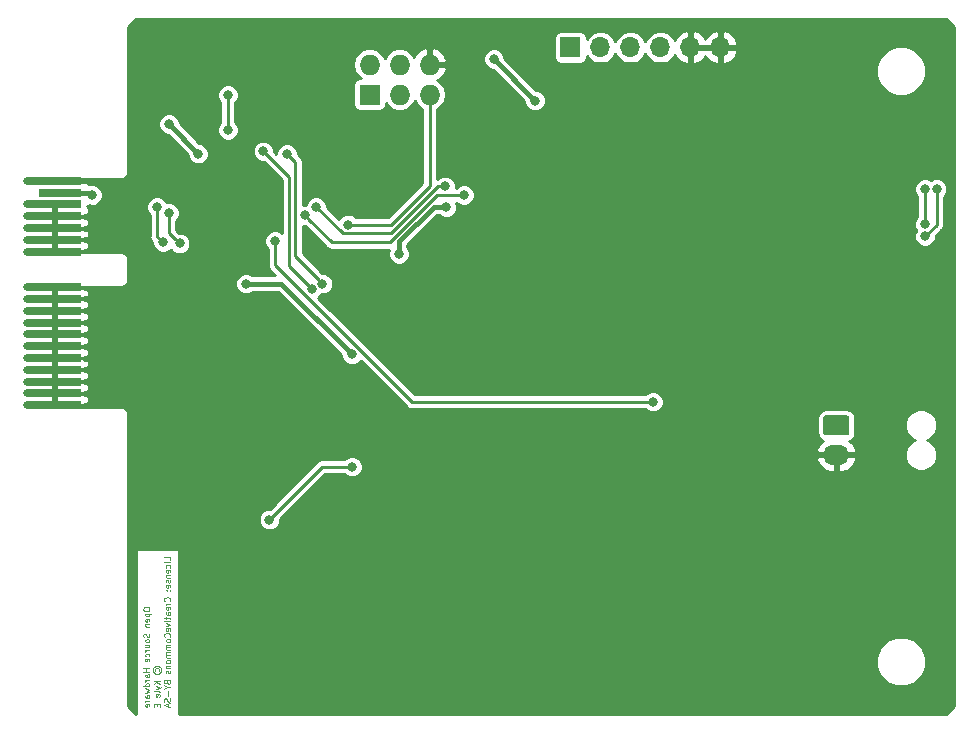
<source format=gbr>
G04 #@! TF.GenerationSoftware,KiCad,Pcbnew,5.0.2+dfsg1-1*
G04 #@! TF.CreationDate,2021-07-01T00:09:32-05:00*
G04 #@! TF.ProjectId,dcpsu-card-ahalf,64637073-752d-4636-9172-642d6168616c,v0.4*
G04 #@! TF.SameCoordinates,Original*
G04 #@! TF.FileFunction,Copper,L2,Bot*
G04 #@! TF.FilePolarity,Positive*
%FSLAX46Y46*%
G04 Gerber Fmt 4.6, Leading zero omitted, Abs format (unit mm)*
G04 Created by KiCad (PCBNEW 5.0.2+dfsg1-1) date Thu 01 Jul 2021 12:09:32 AM CDT*
%MOMM*%
%LPD*%
G01*
G04 APERTURE LIST*
G04 #@! TA.AperFunction,NonConductor*
%ADD10C,0.125000*%
G04 #@! TD*
G04 #@! TA.AperFunction,ComponentPad*
%ADD11O,1.700000X1.700000*%
G04 #@! TD*
G04 #@! TA.AperFunction,ComponentPad*
%ADD12R,1.700000X1.700000*%
G04 #@! TD*
G04 #@! TA.AperFunction,ComponentPad*
%ADD13R,1.727200X1.727200*%
G04 #@! TD*
G04 #@! TA.AperFunction,ComponentPad*
%ADD14O,1.727200X1.727200*%
G04 #@! TD*
G04 #@! TA.AperFunction,ConnectorPad*
%ADD15C,0.650000*%
G04 #@! TD*
G04 #@! TA.AperFunction,ConnectorPad*
%ADD16R,4.600000X0.650000*%
G04 #@! TD*
G04 #@! TA.AperFunction,ConnectorPad*
%ADD17R,3.600000X0.650000*%
G04 #@! TD*
G04 #@! TA.AperFunction,Conductor*
%ADD18C,0.100000*%
G04 #@! TD*
G04 #@! TA.AperFunction,ComponentPad*
%ADD19C,1.700000*%
G04 #@! TD*
G04 #@! TA.AperFunction,ComponentPad*
%ADD20O,2.200000X1.700000*%
G04 #@! TD*
G04 #@! TA.AperFunction,ViaPad*
%ADD21C,0.800000*%
G04 #@! TD*
G04 #@! TA.AperFunction,Conductor*
%ADD22C,0.250000*%
G04 #@! TD*
G04 #@! TA.AperFunction,Conductor*
%ADD23C,0.381000*%
G04 #@! TD*
G04 #@! TA.AperFunction,Conductor*
%ADD24C,0.254000*%
G04 #@! TD*
G04 APERTURE END LIST*
D10*
X90851190Y-120513988D02*
X90851190Y-120609226D01*
X90875000Y-120656845D01*
X90922619Y-120704464D01*
X91017857Y-120728273D01*
X91184523Y-120728273D01*
X91279761Y-120704464D01*
X91327380Y-120656845D01*
X91351190Y-120609226D01*
X91351190Y-120513988D01*
X91327380Y-120466369D01*
X91279761Y-120418750D01*
X91184523Y-120394940D01*
X91017857Y-120394940D01*
X90922619Y-120418750D01*
X90875000Y-120466369D01*
X90851190Y-120513988D01*
X91017857Y-120942559D02*
X91517857Y-120942559D01*
X91041666Y-120942559D02*
X91017857Y-120990178D01*
X91017857Y-121085416D01*
X91041666Y-121133035D01*
X91065476Y-121156845D01*
X91113095Y-121180654D01*
X91255952Y-121180654D01*
X91303571Y-121156845D01*
X91327380Y-121133035D01*
X91351190Y-121085416D01*
X91351190Y-120990178D01*
X91327380Y-120942559D01*
X91327380Y-121585416D02*
X91351190Y-121537797D01*
X91351190Y-121442559D01*
X91327380Y-121394940D01*
X91279761Y-121371130D01*
X91089285Y-121371130D01*
X91041666Y-121394940D01*
X91017857Y-121442559D01*
X91017857Y-121537797D01*
X91041666Y-121585416D01*
X91089285Y-121609226D01*
X91136904Y-121609226D01*
X91184523Y-121371130D01*
X91017857Y-121823511D02*
X91351190Y-121823511D01*
X91065476Y-121823511D02*
X91041666Y-121847321D01*
X91017857Y-121894940D01*
X91017857Y-121966369D01*
X91041666Y-122013988D01*
X91089285Y-122037797D01*
X91351190Y-122037797D01*
X91327380Y-122633035D02*
X91351190Y-122704464D01*
X91351190Y-122823511D01*
X91327380Y-122871130D01*
X91303571Y-122894940D01*
X91255952Y-122918750D01*
X91208333Y-122918750D01*
X91160714Y-122894940D01*
X91136904Y-122871130D01*
X91113095Y-122823511D01*
X91089285Y-122728273D01*
X91065476Y-122680654D01*
X91041666Y-122656845D01*
X90994047Y-122633035D01*
X90946428Y-122633035D01*
X90898809Y-122656845D01*
X90875000Y-122680654D01*
X90851190Y-122728273D01*
X90851190Y-122847321D01*
X90875000Y-122918750D01*
X91351190Y-123204464D02*
X91327380Y-123156845D01*
X91303571Y-123133035D01*
X91255952Y-123109226D01*
X91113095Y-123109226D01*
X91065476Y-123133035D01*
X91041666Y-123156845D01*
X91017857Y-123204464D01*
X91017857Y-123275892D01*
X91041666Y-123323511D01*
X91065476Y-123347321D01*
X91113095Y-123371130D01*
X91255952Y-123371130D01*
X91303571Y-123347321D01*
X91327380Y-123323511D01*
X91351190Y-123275892D01*
X91351190Y-123204464D01*
X91017857Y-123799702D02*
X91351190Y-123799702D01*
X91017857Y-123585416D02*
X91279761Y-123585416D01*
X91327380Y-123609226D01*
X91351190Y-123656845D01*
X91351190Y-123728273D01*
X91327380Y-123775892D01*
X91303571Y-123799702D01*
X91351190Y-124037797D02*
X91017857Y-124037797D01*
X91113095Y-124037797D02*
X91065476Y-124061607D01*
X91041666Y-124085416D01*
X91017857Y-124133035D01*
X91017857Y-124180654D01*
X91327380Y-124561607D02*
X91351190Y-124513988D01*
X91351190Y-124418750D01*
X91327380Y-124371130D01*
X91303571Y-124347321D01*
X91255952Y-124323511D01*
X91113095Y-124323511D01*
X91065476Y-124347321D01*
X91041666Y-124371130D01*
X91017857Y-124418750D01*
X91017857Y-124513988D01*
X91041666Y-124561607D01*
X91327380Y-124966369D02*
X91351190Y-124918750D01*
X91351190Y-124823511D01*
X91327380Y-124775892D01*
X91279761Y-124752083D01*
X91089285Y-124752083D01*
X91041666Y-124775892D01*
X91017857Y-124823511D01*
X91017857Y-124918750D01*
X91041666Y-124966369D01*
X91089285Y-124990178D01*
X91136904Y-124990178D01*
X91184523Y-124752083D01*
X91351190Y-125585416D02*
X90851190Y-125585416D01*
X91089285Y-125585416D02*
X91089285Y-125871130D01*
X91351190Y-125871130D02*
X90851190Y-125871130D01*
X91351190Y-126323511D02*
X91089285Y-126323511D01*
X91041666Y-126299702D01*
X91017857Y-126252083D01*
X91017857Y-126156845D01*
X91041666Y-126109226D01*
X91327380Y-126323511D02*
X91351190Y-126275892D01*
X91351190Y-126156845D01*
X91327380Y-126109226D01*
X91279761Y-126085416D01*
X91232142Y-126085416D01*
X91184523Y-126109226D01*
X91160714Y-126156845D01*
X91160714Y-126275892D01*
X91136904Y-126323511D01*
X91351190Y-126561607D02*
X91017857Y-126561607D01*
X91113095Y-126561607D02*
X91065476Y-126585416D01*
X91041666Y-126609226D01*
X91017857Y-126656845D01*
X91017857Y-126704464D01*
X91351190Y-127085416D02*
X90851190Y-127085416D01*
X91327380Y-127085416D02*
X91351190Y-127037797D01*
X91351190Y-126942559D01*
X91327380Y-126894940D01*
X91303571Y-126871130D01*
X91255952Y-126847321D01*
X91113095Y-126847321D01*
X91065476Y-126871130D01*
X91041666Y-126894940D01*
X91017857Y-126942559D01*
X91017857Y-127037797D01*
X91041666Y-127085416D01*
X91017857Y-127275892D02*
X91351190Y-127371130D01*
X91113095Y-127466369D01*
X91351190Y-127561607D01*
X91017857Y-127656845D01*
X91351190Y-128061607D02*
X91089285Y-128061607D01*
X91041666Y-128037797D01*
X91017857Y-127990178D01*
X91017857Y-127894940D01*
X91041666Y-127847321D01*
X91327380Y-128061607D02*
X91351190Y-128013988D01*
X91351190Y-127894940D01*
X91327380Y-127847321D01*
X91279761Y-127823511D01*
X91232142Y-127823511D01*
X91184523Y-127847321D01*
X91160714Y-127894940D01*
X91160714Y-128013988D01*
X91136904Y-128061607D01*
X91351190Y-128299702D02*
X91017857Y-128299702D01*
X91113095Y-128299702D02*
X91065476Y-128323511D01*
X91041666Y-128347321D01*
X91017857Y-128394940D01*
X91017857Y-128442559D01*
X91327380Y-128799702D02*
X91351190Y-128752083D01*
X91351190Y-128656845D01*
X91327380Y-128609226D01*
X91279761Y-128585416D01*
X91089285Y-128585416D01*
X91041666Y-128609226D01*
X91017857Y-128656845D01*
X91017857Y-128752083D01*
X91041666Y-128799702D01*
X91089285Y-128823511D01*
X91136904Y-128823511D01*
X91184523Y-128585416D01*
X91845238Y-125799702D02*
X91821428Y-125752083D01*
X91821428Y-125656845D01*
X91845238Y-125609226D01*
X91892857Y-125561607D01*
X91940476Y-125537797D01*
X92035714Y-125537797D01*
X92083333Y-125561607D01*
X92130952Y-125609226D01*
X92154761Y-125656845D01*
X92154761Y-125752083D01*
X92130952Y-125799702D01*
X91654761Y-125704464D02*
X91678571Y-125585416D01*
X91750000Y-125466369D01*
X91869047Y-125394940D01*
X91988095Y-125371130D01*
X92107142Y-125394940D01*
X92226190Y-125466369D01*
X92297619Y-125585416D01*
X92321428Y-125704464D01*
X92297619Y-125823511D01*
X92226190Y-125942559D01*
X92107142Y-126013988D01*
X91988095Y-126037797D01*
X91869047Y-126013988D01*
X91750000Y-125942559D01*
X91678571Y-125823511D01*
X91654761Y-125704464D01*
X92226190Y-126633035D02*
X91726190Y-126633035D01*
X92226190Y-126918750D02*
X91940476Y-126704464D01*
X91726190Y-126918750D02*
X92011904Y-126633035D01*
X91892857Y-127085416D02*
X92226190Y-127204464D01*
X91892857Y-127323511D02*
X92226190Y-127204464D01*
X92345238Y-127156845D01*
X92369047Y-127133035D01*
X92392857Y-127085416D01*
X92226190Y-127585416D02*
X92202380Y-127537797D01*
X92154761Y-127513988D01*
X91726190Y-127513988D01*
X92202380Y-127966369D02*
X92226190Y-127918750D01*
X92226190Y-127823511D01*
X92202380Y-127775892D01*
X92154761Y-127752083D01*
X91964285Y-127752083D01*
X91916666Y-127775892D01*
X91892857Y-127823511D01*
X91892857Y-127918750D01*
X91916666Y-127966369D01*
X91964285Y-127990178D01*
X92011904Y-127990178D01*
X92059523Y-127752083D01*
X91964285Y-128585416D02*
X91964285Y-128752083D01*
X92226190Y-128823511D02*
X92226190Y-128585416D01*
X91726190Y-128585416D01*
X91726190Y-128823511D01*
X93101190Y-116418750D02*
X93101190Y-116180654D01*
X92601190Y-116180654D01*
X93101190Y-116585416D02*
X92767857Y-116585416D01*
X92601190Y-116585416D02*
X92625000Y-116561607D01*
X92648809Y-116585416D01*
X92625000Y-116609226D01*
X92601190Y-116585416D01*
X92648809Y-116585416D01*
X93077380Y-117037797D02*
X93101190Y-116990178D01*
X93101190Y-116894940D01*
X93077380Y-116847321D01*
X93053571Y-116823511D01*
X93005952Y-116799702D01*
X92863095Y-116799702D01*
X92815476Y-116823511D01*
X92791666Y-116847321D01*
X92767857Y-116894940D01*
X92767857Y-116990178D01*
X92791666Y-117037797D01*
X93077380Y-117442559D02*
X93101190Y-117394940D01*
X93101190Y-117299702D01*
X93077380Y-117252083D01*
X93029761Y-117228273D01*
X92839285Y-117228273D01*
X92791666Y-117252083D01*
X92767857Y-117299702D01*
X92767857Y-117394940D01*
X92791666Y-117442559D01*
X92839285Y-117466369D01*
X92886904Y-117466369D01*
X92934523Y-117228273D01*
X92767857Y-117680654D02*
X93101190Y-117680654D01*
X92815476Y-117680654D02*
X92791666Y-117704464D01*
X92767857Y-117752083D01*
X92767857Y-117823511D01*
X92791666Y-117871130D01*
X92839285Y-117894940D01*
X93101190Y-117894940D01*
X93077380Y-118109226D02*
X93101190Y-118156845D01*
X93101190Y-118252083D01*
X93077380Y-118299702D01*
X93029761Y-118323511D01*
X93005952Y-118323511D01*
X92958333Y-118299702D01*
X92934523Y-118252083D01*
X92934523Y-118180654D01*
X92910714Y-118133035D01*
X92863095Y-118109226D01*
X92839285Y-118109226D01*
X92791666Y-118133035D01*
X92767857Y-118180654D01*
X92767857Y-118252083D01*
X92791666Y-118299702D01*
X93077380Y-118728273D02*
X93101190Y-118680654D01*
X93101190Y-118585416D01*
X93077380Y-118537797D01*
X93029761Y-118513988D01*
X92839285Y-118513988D01*
X92791666Y-118537797D01*
X92767857Y-118585416D01*
X92767857Y-118680654D01*
X92791666Y-118728273D01*
X92839285Y-118752083D01*
X92886904Y-118752083D01*
X92934523Y-118513988D01*
X93053571Y-118966369D02*
X93077380Y-118990178D01*
X93101190Y-118966369D01*
X93077380Y-118942559D01*
X93053571Y-118966369D01*
X93101190Y-118966369D01*
X92791666Y-118966369D02*
X92815476Y-118990178D01*
X92839285Y-118966369D01*
X92815476Y-118942559D01*
X92791666Y-118966369D01*
X92839285Y-118966369D01*
X93053571Y-119871130D02*
X93077380Y-119847321D01*
X93101190Y-119775892D01*
X93101190Y-119728273D01*
X93077380Y-119656845D01*
X93029761Y-119609226D01*
X92982142Y-119585416D01*
X92886904Y-119561607D01*
X92815476Y-119561607D01*
X92720238Y-119585416D01*
X92672619Y-119609226D01*
X92625000Y-119656845D01*
X92601190Y-119728273D01*
X92601190Y-119775892D01*
X92625000Y-119847321D01*
X92648809Y-119871130D01*
X93101190Y-120085416D02*
X92767857Y-120085416D01*
X92863095Y-120085416D02*
X92815476Y-120109226D01*
X92791666Y-120133035D01*
X92767857Y-120180654D01*
X92767857Y-120228273D01*
X93077380Y-120585416D02*
X93101190Y-120537797D01*
X93101190Y-120442559D01*
X93077380Y-120394940D01*
X93029761Y-120371130D01*
X92839285Y-120371130D01*
X92791666Y-120394940D01*
X92767857Y-120442559D01*
X92767857Y-120537797D01*
X92791666Y-120585416D01*
X92839285Y-120609226D01*
X92886904Y-120609226D01*
X92934523Y-120371130D01*
X93101190Y-121037797D02*
X92839285Y-121037797D01*
X92791666Y-121013988D01*
X92767857Y-120966369D01*
X92767857Y-120871130D01*
X92791666Y-120823511D01*
X93077380Y-121037797D02*
X93101190Y-120990178D01*
X93101190Y-120871130D01*
X93077380Y-120823511D01*
X93029761Y-120799702D01*
X92982142Y-120799702D01*
X92934523Y-120823511D01*
X92910714Y-120871130D01*
X92910714Y-120990178D01*
X92886904Y-121037797D01*
X92767857Y-121204464D02*
X92767857Y-121394940D01*
X92601190Y-121275892D02*
X93029761Y-121275892D01*
X93077380Y-121299702D01*
X93101190Y-121347321D01*
X93101190Y-121394940D01*
X93101190Y-121561607D02*
X92767857Y-121561607D01*
X92601190Y-121561607D02*
X92625000Y-121537797D01*
X92648809Y-121561607D01*
X92625000Y-121585416D01*
X92601190Y-121561607D01*
X92648809Y-121561607D01*
X92767857Y-121752083D02*
X93101190Y-121871130D01*
X92767857Y-121990178D01*
X93077380Y-122371130D02*
X93101190Y-122323511D01*
X93101190Y-122228273D01*
X93077380Y-122180654D01*
X93029761Y-122156845D01*
X92839285Y-122156845D01*
X92791666Y-122180654D01*
X92767857Y-122228273D01*
X92767857Y-122323511D01*
X92791666Y-122371130D01*
X92839285Y-122394940D01*
X92886904Y-122394940D01*
X92934523Y-122156845D01*
X93053571Y-122894940D02*
X93077380Y-122871130D01*
X93101190Y-122799702D01*
X93101190Y-122752083D01*
X93077380Y-122680654D01*
X93029761Y-122633035D01*
X92982142Y-122609226D01*
X92886904Y-122585416D01*
X92815476Y-122585416D01*
X92720238Y-122609226D01*
X92672619Y-122633035D01*
X92625000Y-122680654D01*
X92601190Y-122752083D01*
X92601190Y-122799702D01*
X92625000Y-122871130D01*
X92648809Y-122894940D01*
X93101190Y-123180654D02*
X93077380Y-123133035D01*
X93053571Y-123109226D01*
X93005952Y-123085416D01*
X92863095Y-123085416D01*
X92815476Y-123109226D01*
X92791666Y-123133035D01*
X92767857Y-123180654D01*
X92767857Y-123252083D01*
X92791666Y-123299702D01*
X92815476Y-123323511D01*
X92863095Y-123347321D01*
X93005952Y-123347321D01*
X93053571Y-123323511D01*
X93077380Y-123299702D01*
X93101190Y-123252083D01*
X93101190Y-123180654D01*
X93101190Y-123561607D02*
X92767857Y-123561607D01*
X92815476Y-123561607D02*
X92791666Y-123585416D01*
X92767857Y-123633035D01*
X92767857Y-123704464D01*
X92791666Y-123752083D01*
X92839285Y-123775892D01*
X93101190Y-123775892D01*
X92839285Y-123775892D02*
X92791666Y-123799702D01*
X92767857Y-123847321D01*
X92767857Y-123918750D01*
X92791666Y-123966369D01*
X92839285Y-123990178D01*
X93101190Y-123990178D01*
X93101190Y-124228273D02*
X92767857Y-124228273D01*
X92815476Y-124228273D02*
X92791666Y-124252083D01*
X92767857Y-124299702D01*
X92767857Y-124371130D01*
X92791666Y-124418750D01*
X92839285Y-124442559D01*
X93101190Y-124442559D01*
X92839285Y-124442559D02*
X92791666Y-124466369D01*
X92767857Y-124513988D01*
X92767857Y-124585416D01*
X92791666Y-124633035D01*
X92839285Y-124656845D01*
X93101190Y-124656845D01*
X93101190Y-124966369D02*
X93077380Y-124918750D01*
X93053571Y-124894940D01*
X93005952Y-124871130D01*
X92863095Y-124871130D01*
X92815476Y-124894940D01*
X92791666Y-124918750D01*
X92767857Y-124966369D01*
X92767857Y-125037797D01*
X92791666Y-125085416D01*
X92815476Y-125109226D01*
X92863095Y-125133035D01*
X93005952Y-125133035D01*
X93053571Y-125109226D01*
X93077380Y-125085416D01*
X93101190Y-125037797D01*
X93101190Y-124966369D01*
X92767857Y-125347321D02*
X93101190Y-125347321D01*
X92815476Y-125347321D02*
X92791666Y-125371130D01*
X92767857Y-125418750D01*
X92767857Y-125490178D01*
X92791666Y-125537797D01*
X92839285Y-125561607D01*
X93101190Y-125561607D01*
X93077380Y-125775892D02*
X93101190Y-125823511D01*
X93101190Y-125918750D01*
X93077380Y-125966369D01*
X93029761Y-125990178D01*
X93005952Y-125990178D01*
X92958333Y-125966369D01*
X92934523Y-125918750D01*
X92934523Y-125847321D01*
X92910714Y-125799702D01*
X92863095Y-125775892D01*
X92839285Y-125775892D01*
X92791666Y-125799702D01*
X92767857Y-125847321D01*
X92767857Y-125918750D01*
X92791666Y-125966369D01*
X92839285Y-126752083D02*
X92863095Y-126823511D01*
X92886904Y-126847321D01*
X92934523Y-126871130D01*
X93005952Y-126871130D01*
X93053571Y-126847321D01*
X93077380Y-126823511D01*
X93101190Y-126775892D01*
X93101190Y-126585416D01*
X92601190Y-126585416D01*
X92601190Y-126752083D01*
X92625000Y-126799702D01*
X92648809Y-126823511D01*
X92696428Y-126847321D01*
X92744047Y-126847321D01*
X92791666Y-126823511D01*
X92815476Y-126799702D01*
X92839285Y-126752083D01*
X92839285Y-126585416D01*
X92863095Y-127180654D02*
X93101190Y-127180654D01*
X92601190Y-127013988D02*
X92863095Y-127180654D01*
X92601190Y-127347321D01*
X92910714Y-127513988D02*
X92910714Y-127894940D01*
X93077380Y-128109226D02*
X93101190Y-128180654D01*
X93101190Y-128299702D01*
X93077380Y-128347321D01*
X93053571Y-128371130D01*
X93005952Y-128394940D01*
X92958333Y-128394940D01*
X92910714Y-128371130D01*
X92886904Y-128347321D01*
X92863095Y-128299702D01*
X92839285Y-128204464D01*
X92815476Y-128156845D01*
X92791666Y-128133035D01*
X92744047Y-128109226D01*
X92696428Y-128109226D01*
X92648809Y-128133035D01*
X92625000Y-128156845D01*
X92601190Y-128204464D01*
X92601190Y-128323511D01*
X92625000Y-128394940D01*
X92958333Y-128585416D02*
X92958333Y-128823511D01*
X93101190Y-128537797D02*
X92601190Y-128704464D01*
X93101190Y-128871130D01*
D11*
G04 #@! TO.P,J2,6*
G04 #@! TO.N,GND*
X139700000Y-73000000D03*
G04 #@! TO.P,J2,5*
X137160000Y-73000000D03*
G04 #@! TO.P,J2,4*
G04 #@! TO.N,+5V*
X134620000Y-73000000D03*
G04 #@! TO.P,J2,3*
G04 #@! TO.N,/UART-RX*
X132080000Y-73000000D03*
G04 #@! TO.P,J2,2*
G04 #@! TO.N,/UART-TX*
X129540000Y-73000000D03*
D12*
G04 #@! TO.P,J2,1*
G04 #@! TO.N,Net-(C3-Pad2)*
X127000000Y-73000000D03*
G04 #@! TD*
D13*
G04 #@! TO.P,J3,1*
G04 #@! TO.N,CARD-MISO*
X110000000Y-77000000D03*
D14*
G04 #@! TO.P,J3,2*
G04 #@! TO.N,+5V*
X110000000Y-74460000D03*
G04 #@! TO.P,J3,3*
G04 #@! TO.N,CARD-SCLK*
X112540000Y-77000000D03*
G04 #@! TO.P,J3,4*
G04 #@! TO.N,CARD-MOSI*
X112540000Y-74460000D03*
G04 #@! TO.P,J3,5*
G04 #@! TO.N,/~RESET*
X115080000Y-77000000D03*
G04 #@! TO.P,J3,6*
G04 #@! TO.N,GND*
X115080000Y-74460000D03*
G04 #@! TD*
D15*
G04 #@! TO.P,J1,*
G04 #@! TO.N,*
X81000000Y-84300000D03*
D16*
G04 #@! TO.P,J1,B1*
G04 #@! TO.N,GND*
X83300000Y-103300000D03*
G04 #@! TO.P,J1,B2*
X83300000Y-102300000D03*
G04 #@! TO.P,J1,B3*
X83300000Y-101300000D03*
G04 #@! TO.P,J1,B4*
X83300000Y-100300000D03*
G04 #@! TO.P,J1,B5*
X83300000Y-99300000D03*
G04 #@! TO.P,J1,B6*
X83300000Y-98300000D03*
G04 #@! TO.P,J1,B7*
X83300000Y-97300000D03*
G04 #@! TO.P,J1,B8*
X83300000Y-96300000D03*
G04 #@! TO.P,J1,B9*
X83300000Y-95300000D03*
G04 #@! TO.P,J1,B10*
X83300000Y-94300000D03*
G04 #@! TO.P,J1,B11*
X83300000Y-93300000D03*
G04 #@! TO.P,J1,B14*
X83300000Y-88300000D03*
G04 #@! TO.P,J1,B15*
X83300000Y-87300000D03*
G04 #@! TO.P,J1,B16*
X83300000Y-86300000D03*
D17*
G04 #@! TO.P,J1,B17*
G04 #@! TO.N,+5V*
X83800000Y-85300000D03*
D16*
G04 #@! TO.P,J1,B18*
G04 #@! TO.N,GND*
X83300000Y-84300000D03*
G04 #@! TO.P,J1,B12*
X83300000Y-90300000D03*
G04 #@! TO.P,J1,B13*
X83300000Y-89300000D03*
D15*
G04 #@! TO.P,J1,*
G04 #@! TO.N,*
X81000000Y-101300000D03*
X81000000Y-100300000D03*
X81000000Y-99300000D03*
X81000000Y-98300000D03*
X81000000Y-97300000D03*
X81000000Y-96300000D03*
X81000000Y-95300000D03*
X81000000Y-94300000D03*
X81000000Y-93300000D03*
X81000000Y-103300000D03*
X81000000Y-90300000D03*
X81000000Y-89300000D03*
X81000000Y-88300000D03*
X81000000Y-87300000D03*
X81000000Y-86300000D03*
X81000000Y-102300000D03*
G04 #@! TD*
D18*
G04 #@! TO.N,Net-(D1-Pad1)*
G04 #@! TO.C,J4*
G36*
X150374504Y-104151204D02*
X150398773Y-104154804D01*
X150422571Y-104160765D01*
X150445671Y-104169030D01*
X150467849Y-104179520D01*
X150488893Y-104192133D01*
X150508598Y-104206747D01*
X150526777Y-104223223D01*
X150543253Y-104241402D01*
X150557867Y-104261107D01*
X150570480Y-104282151D01*
X150580970Y-104304329D01*
X150589235Y-104327429D01*
X150595196Y-104351227D01*
X150598796Y-104375496D01*
X150600000Y-104400000D01*
X150600000Y-105600000D01*
X150598796Y-105624504D01*
X150595196Y-105648773D01*
X150589235Y-105672571D01*
X150580970Y-105695671D01*
X150570480Y-105717849D01*
X150557867Y-105738893D01*
X150543253Y-105758598D01*
X150526777Y-105776777D01*
X150508598Y-105793253D01*
X150488893Y-105807867D01*
X150467849Y-105820480D01*
X150445671Y-105830970D01*
X150422571Y-105839235D01*
X150398773Y-105845196D01*
X150374504Y-105848796D01*
X150350000Y-105850000D01*
X148650000Y-105850000D01*
X148625496Y-105848796D01*
X148601227Y-105845196D01*
X148577429Y-105839235D01*
X148554329Y-105830970D01*
X148532151Y-105820480D01*
X148511107Y-105807867D01*
X148491402Y-105793253D01*
X148473223Y-105776777D01*
X148456747Y-105758598D01*
X148442133Y-105738893D01*
X148429520Y-105717849D01*
X148419030Y-105695671D01*
X148410765Y-105672571D01*
X148404804Y-105648773D01*
X148401204Y-105624504D01*
X148400000Y-105600000D01*
X148400000Y-104400000D01*
X148401204Y-104375496D01*
X148404804Y-104351227D01*
X148410765Y-104327429D01*
X148419030Y-104304329D01*
X148429520Y-104282151D01*
X148442133Y-104261107D01*
X148456747Y-104241402D01*
X148473223Y-104223223D01*
X148491402Y-104206747D01*
X148511107Y-104192133D01*
X148532151Y-104179520D01*
X148554329Y-104169030D01*
X148577429Y-104160765D01*
X148601227Y-104154804D01*
X148625496Y-104151204D01*
X148650000Y-104150000D01*
X150350000Y-104150000D01*
X150374504Y-104151204D01*
X150374504Y-104151204D01*
G37*
D19*
G04 #@! TD*
G04 #@! TO.P,J4,1*
G04 #@! TO.N,Net-(D1-Pad1)*
X149500000Y-105000000D03*
D20*
G04 #@! TO.P,J4,2*
G04 #@! TO.N,GND*
X149500000Y-107500000D03*
G04 #@! TD*
D21*
G04 #@! TO.N,/~RESET*
X108200004Y-88000000D03*
G04 #@! TO.N,GND*
X99000000Y-86600000D03*
X100400000Y-86600000D03*
X99000000Y-85000000D03*
X152000000Y-82000000D03*
X126000000Y-105000000D03*
X152000000Y-88000000D03*
X152000000Y-86000000D03*
X102487347Y-108512653D03*
X127000000Y-111000000D03*
X124000000Y-111000000D03*
X107500000Y-120500000D03*
X107500000Y-119000000D03*
X107500000Y-118000000D03*
X106000000Y-116000000D03*
X107000000Y-116000000D03*
X107000000Y-117000000D03*
X106000000Y-117000000D03*
X107500000Y-123000000D03*
X139000000Y-122000000D03*
X143000000Y-122000000D03*
X142000000Y-123000000D03*
X107500000Y-121500000D03*
X107500000Y-124000000D03*
X126500000Y-112000000D03*
X127500000Y-112000000D03*
X123500000Y-112000000D03*
X123500000Y-123500000D03*
X123500000Y-124500000D03*
X127500000Y-124500000D03*
X127500000Y-123500000D03*
X140000000Y-123000000D03*
X106000000Y-84000000D03*
X130075000Y-100000000D03*
X118000000Y-104500000D03*
X103500000Y-108000000D03*
X124500000Y-112000000D03*
X100400000Y-85000000D03*
X87000000Y-103090500D03*
X136500000Y-100500000D03*
X99500000Y-98000000D03*
X100500000Y-98000000D03*
X99500000Y-99000000D03*
X100500000Y-99000000D03*
X99500000Y-100000000D03*
X100500000Y-100000000D03*
X99500000Y-101000000D03*
X100500000Y-101000000D03*
X101585395Y-115125188D03*
G04 #@! TO.N,+5V*
X86500000Y-85500000D03*
X95500000Y-82000000D03*
X93000000Y-79500000D03*
X124000000Y-77500000D03*
X120500000Y-74000000D03*
X116500000Y-86500000D03*
X112500000Y-90500000D03*
G04 #@! TO.N,/ADC-VOUT*
X134000000Y-103000000D03*
X102000000Y-89400000D03*
G04 #@! TO.N,CARD-SCLK*
X93000000Y-87012500D03*
X93900004Y-89600000D03*
G04 #@! TO.N,CARD-MISO*
X98000000Y-77000000D03*
X98000000Y-79987500D03*
G04 #@! TO.N,CARD-MOSI*
X92000000Y-86500000D03*
X92500020Y-89500000D03*
G04 #@! TO.N,/PWR-EN*
X101000000Y-81800000D03*
X105105540Y-93447229D03*
G04 #@! TO.N,/PWR-PWM*
X103000000Y-82000000D03*
X106000000Y-93000064D03*
G04 #@! TO.N,Net-(D2-Pad3)*
X157000000Y-89000000D03*
X158000000Y-85000000D03*
G04 #@! TO.N,/LED2*
X104500000Y-87225000D03*
X118000000Y-85500000D03*
G04 #@! TO.N,/LED1*
X156987347Y-87987347D03*
X157000000Y-85000000D03*
X105487347Y-86487347D03*
X116393701Y-84774990D03*
G04 #@! TO.N,Net-(D4-Pad2)*
X108500000Y-99000000D03*
X99500000Y-93000000D03*
G04 #@! TO.N,Net-(R26-Pad1)*
X108500000Y-108500000D03*
X101513427Y-112972212D03*
G04 #@! TD*
D22*
G04 #@! TO.N,/~RESET*
X115080000Y-84720000D02*
X115080000Y-77000000D01*
X108200004Y-88000000D02*
X111800000Y-88000000D01*
X111800000Y-88000000D02*
X115080000Y-84720000D01*
D23*
G04 #@! TO.N,+5V*
X83800000Y-85300000D02*
X86300000Y-85300000D01*
X86300000Y-85300000D02*
X86500000Y-85500000D01*
X95500000Y-82000000D02*
X93000000Y-79500000D01*
X124000000Y-77500000D02*
X120500000Y-74000000D01*
X112500000Y-89429042D02*
X112500000Y-90500000D01*
X115429042Y-86500000D02*
X112500000Y-89429042D01*
X116500000Y-86500000D02*
X115429042Y-86500000D01*
D22*
G04 #@! TO.N,/ADC-VOUT*
X102000000Y-89965685D02*
X102000000Y-89400000D01*
X134000000Y-103000000D02*
X113585339Y-103000000D01*
X102000000Y-91414661D02*
X102000000Y-89965685D01*
X113585339Y-103000000D02*
X102000000Y-91414661D01*
G04 #@! TO.N,CARD-SCLK*
X93000000Y-88699996D02*
X93500005Y-89200001D01*
X93500005Y-89200001D02*
X93900004Y-89600000D01*
X93000000Y-87012500D02*
X93000000Y-88699996D01*
G04 #@! TO.N,CARD-MISO*
X98000000Y-77000000D02*
X98000000Y-79987500D01*
G04 #@! TO.N,CARD-MOSI*
X92000000Y-86500000D02*
X92000000Y-88999980D01*
X92100021Y-89100001D02*
X92500020Y-89500000D01*
X92000000Y-88999980D02*
X92100021Y-89100001D01*
G04 #@! TO.N,/PWR-EN*
X104705541Y-93047230D02*
X105105540Y-93447229D01*
X103200000Y-91541689D02*
X104705541Y-93047230D01*
X101000000Y-81800000D02*
X103200000Y-84000000D01*
X103200000Y-84000000D02*
X103200000Y-91541689D01*
G04 #@! TO.N,/PWR-PWM*
X103700000Y-90700064D02*
X105600001Y-92600065D01*
X103000000Y-82000000D02*
X103700000Y-82700000D01*
X105600001Y-92600065D02*
X106000000Y-93000064D01*
X103700000Y-82700000D02*
X103700000Y-90700064D01*
G04 #@! TO.N,Net-(D2-Pad3)*
X157000000Y-89000000D02*
X158000000Y-88000000D01*
X158000000Y-88000000D02*
X158000000Y-85000000D01*
G04 #@! TO.N,/LED2*
X106775000Y-89500000D02*
X104899999Y-87624999D01*
X104899999Y-87624999D02*
X104500000Y-87225000D01*
X115700000Y-85500000D02*
X111700000Y-89500000D01*
X111700000Y-89500000D02*
X106775000Y-89500000D01*
X118000000Y-85500000D02*
X115700000Y-85500000D01*
G04 #@! TO.N,/LED1*
X156987347Y-87987347D02*
X156987347Y-85012653D01*
X156987347Y-85012653D02*
X157000000Y-85000000D01*
X107725002Y-88725002D02*
X111838588Y-88725002D01*
X115788600Y-84774990D02*
X115828016Y-84774990D01*
X105487347Y-86487347D02*
X107725002Y-88725002D01*
X111838588Y-88725002D02*
X115788600Y-84774990D01*
X115828016Y-84774990D02*
X116393701Y-84774990D01*
D23*
G04 #@! TO.N,Net-(D4-Pad2)*
X108500000Y-99000000D02*
X102500000Y-93000000D01*
X102500000Y-93000000D02*
X99500000Y-93000000D01*
D22*
G04 #@! TO.N,Net-(R26-Pad1)*
X108500000Y-108500000D02*
X105985639Y-108500000D01*
X105985639Y-108500000D02*
X101513427Y-112972212D01*
G04 #@! TD*
D24*
G04 #@! TO.N,GND*
G36*
X159442000Y-71231131D02*
X159442001Y-128768868D01*
X158768870Y-129442000D01*
X93866750Y-129442000D01*
X93866750Y-124580693D01*
X152892000Y-124580693D01*
X152892000Y-125419307D01*
X153212924Y-126194086D01*
X153805914Y-126787076D01*
X154580693Y-127108000D01*
X155419307Y-127108000D01*
X156194086Y-126787076D01*
X156787076Y-126194086D01*
X157108000Y-125419307D01*
X157108000Y-124580693D01*
X156787076Y-123805914D01*
X156194086Y-123212924D01*
X155419307Y-122892000D01*
X154580693Y-122892000D01*
X153805914Y-123212924D01*
X153212924Y-123805914D01*
X152892000Y-124580693D01*
X93866750Y-124580693D01*
X93866750Y-115509857D01*
X90225750Y-115509857D01*
X90225750Y-129436619D01*
X89558000Y-128768870D01*
X89558000Y-112791600D01*
X100605427Y-112791600D01*
X100605427Y-113152824D01*
X100743662Y-113486553D01*
X100999086Y-113741977D01*
X101332815Y-113880212D01*
X101694039Y-113880212D01*
X102027768Y-113741977D01*
X102283192Y-113486553D01*
X102421427Y-113152824D01*
X102421427Y-112959408D01*
X106247836Y-109133000D01*
X107848894Y-109133000D01*
X107985659Y-109269765D01*
X108319388Y-109408000D01*
X108680612Y-109408000D01*
X109014341Y-109269765D01*
X109269765Y-109014341D01*
X109408000Y-108680612D01*
X109408000Y-108319388D01*
X109269765Y-107985659D01*
X109140996Y-107856890D01*
X147808524Y-107856890D01*
X147829648Y-107967491D01*
X148116667Y-108475451D01*
X148576226Y-108834907D01*
X149138361Y-108991135D01*
X149373000Y-108831491D01*
X149373000Y-107627000D01*
X149627000Y-107627000D01*
X149627000Y-108831491D01*
X149861639Y-108991135D01*
X150423774Y-108834907D01*
X150883333Y-108475451D01*
X151170352Y-107967491D01*
X151191476Y-107856890D01*
X151070155Y-107627000D01*
X149627000Y-107627000D01*
X149373000Y-107627000D01*
X147929845Y-107627000D01*
X147808524Y-107856890D01*
X109140996Y-107856890D01*
X109014341Y-107730235D01*
X108680612Y-107592000D01*
X108319388Y-107592000D01*
X107985659Y-107730235D01*
X107848894Y-107867000D01*
X106047978Y-107867000D01*
X105985639Y-107854600D01*
X105923300Y-107867000D01*
X105923295Y-107867000D01*
X105738655Y-107903727D01*
X105529272Y-108043633D01*
X105493958Y-108096484D01*
X101526231Y-112064212D01*
X101332815Y-112064212D01*
X100999086Y-112202447D01*
X100743662Y-112457871D01*
X100605427Y-112791600D01*
X89558000Y-112791600D01*
X89558000Y-107143110D01*
X147808524Y-107143110D01*
X147929845Y-107373000D01*
X149373000Y-107373000D01*
X149373000Y-107353000D01*
X149627000Y-107353000D01*
X149627000Y-107373000D01*
X151070155Y-107373000D01*
X151191476Y-107143110D01*
X151170352Y-107032509D01*
X150883333Y-106524549D01*
X150615586Y-106315124D01*
X150643883Y-106309495D01*
X150893024Y-106143024D01*
X151059495Y-105893883D01*
X151117952Y-105600000D01*
X151117952Y-104729877D01*
X155322000Y-104729877D01*
X155322000Y-105270123D01*
X155528743Y-105769245D01*
X155910755Y-106151257D01*
X156149142Y-106250000D01*
X155910755Y-106348743D01*
X155528743Y-106730755D01*
X155322000Y-107229877D01*
X155322000Y-107770123D01*
X155528743Y-108269245D01*
X155910755Y-108651257D01*
X156409877Y-108858000D01*
X156950123Y-108858000D01*
X157449245Y-108651257D01*
X157831257Y-108269245D01*
X158038000Y-107770123D01*
X158038000Y-107229877D01*
X157831257Y-106730755D01*
X157449245Y-106348743D01*
X157210858Y-106250000D01*
X157449245Y-106151257D01*
X157831257Y-105769245D01*
X158038000Y-105270123D01*
X158038000Y-104729877D01*
X157831257Y-104230755D01*
X157449245Y-103848743D01*
X156950123Y-103642000D01*
X156409877Y-103642000D01*
X155910755Y-103848743D01*
X155528743Y-104230755D01*
X155322000Y-104729877D01*
X151117952Y-104729877D01*
X151117952Y-104400000D01*
X151059495Y-104106117D01*
X150893024Y-103856976D01*
X150643883Y-103690505D01*
X150350000Y-103632048D01*
X148650000Y-103632048D01*
X148356117Y-103690505D01*
X148106976Y-103856976D01*
X147940505Y-104106117D01*
X147882048Y-104400000D01*
X147882048Y-105600000D01*
X147940505Y-105893883D01*
X148106976Y-106143024D01*
X148356117Y-106309495D01*
X148384414Y-106315124D01*
X148116667Y-106524549D01*
X147829648Y-107032509D01*
X147808524Y-107143110D01*
X89558000Y-107143110D01*
X89558000Y-104054954D01*
X89568931Y-104000000D01*
X89525624Y-103782280D01*
X89402295Y-103597705D01*
X89217720Y-103474376D01*
X89054954Y-103442000D01*
X89000000Y-103431069D01*
X88945046Y-103442000D01*
X86091250Y-103442000D01*
X86076250Y-103427000D01*
X83427000Y-103427000D01*
X83427000Y-103442000D01*
X83173000Y-103442000D01*
X83173000Y-103427000D01*
X83153000Y-103427000D01*
X83153000Y-103173000D01*
X83173000Y-103173000D01*
X83173000Y-102427000D01*
X83427000Y-102427000D01*
X83427000Y-103173000D01*
X83498750Y-103173000D01*
X83585750Y-103260000D01*
X85726310Y-103260000D01*
X85936346Y-103173000D01*
X86076250Y-103173000D01*
X86235000Y-103014250D01*
X86235000Y-102848691D01*
X86214832Y-102800000D01*
X86235000Y-102751309D01*
X86235000Y-102585750D01*
X86076250Y-102427000D01*
X85936346Y-102427000D01*
X85726310Y-102340000D01*
X83585750Y-102340000D01*
X83498750Y-102427000D01*
X83427000Y-102427000D01*
X83173000Y-102427000D01*
X83153000Y-102427000D01*
X83153000Y-102173000D01*
X83173000Y-102173000D01*
X83173000Y-101427000D01*
X83427000Y-101427000D01*
X83427000Y-102173000D01*
X83498750Y-102173000D01*
X83585750Y-102260000D01*
X85726310Y-102260000D01*
X85936346Y-102173000D01*
X86076250Y-102173000D01*
X86235000Y-102014250D01*
X86235000Y-101848691D01*
X86214832Y-101800000D01*
X86235000Y-101751309D01*
X86235000Y-101585750D01*
X86076250Y-101427000D01*
X85936346Y-101427000D01*
X85726310Y-101340000D01*
X83585750Y-101340000D01*
X83498750Y-101427000D01*
X83427000Y-101427000D01*
X83173000Y-101427000D01*
X83153000Y-101427000D01*
X83153000Y-101173000D01*
X83173000Y-101173000D01*
X83173000Y-100427000D01*
X83427000Y-100427000D01*
X83427000Y-101173000D01*
X83498750Y-101173000D01*
X83585750Y-101260000D01*
X85726310Y-101260000D01*
X85936346Y-101173000D01*
X86076250Y-101173000D01*
X86235000Y-101014250D01*
X86235000Y-100848691D01*
X86214832Y-100800000D01*
X86235000Y-100751309D01*
X86235000Y-100585750D01*
X86076250Y-100427000D01*
X85936346Y-100427000D01*
X85726310Y-100340000D01*
X83585750Y-100340000D01*
X83498750Y-100427000D01*
X83427000Y-100427000D01*
X83173000Y-100427000D01*
X83153000Y-100427000D01*
X83153000Y-100173000D01*
X83173000Y-100173000D01*
X83173000Y-99427000D01*
X83427000Y-99427000D01*
X83427000Y-100173000D01*
X83498750Y-100173000D01*
X83585750Y-100260000D01*
X85726310Y-100260000D01*
X85936346Y-100173000D01*
X86076250Y-100173000D01*
X86235000Y-100014250D01*
X86235000Y-99848691D01*
X86214832Y-99800000D01*
X86235000Y-99751309D01*
X86235000Y-99585750D01*
X86076250Y-99427000D01*
X85936346Y-99427000D01*
X85726310Y-99340000D01*
X83585750Y-99340000D01*
X83498750Y-99427000D01*
X83427000Y-99427000D01*
X83173000Y-99427000D01*
X83153000Y-99427000D01*
X83153000Y-99173000D01*
X83173000Y-99173000D01*
X83173000Y-98427000D01*
X83427000Y-98427000D01*
X83427000Y-99173000D01*
X83498750Y-99173000D01*
X83585750Y-99260000D01*
X85726310Y-99260000D01*
X85936346Y-99173000D01*
X86076250Y-99173000D01*
X86235000Y-99014250D01*
X86235000Y-98848691D01*
X86214832Y-98800000D01*
X86235000Y-98751309D01*
X86235000Y-98585750D01*
X86076250Y-98427000D01*
X85936346Y-98427000D01*
X85726310Y-98340000D01*
X83585750Y-98340000D01*
X83498750Y-98427000D01*
X83427000Y-98427000D01*
X83173000Y-98427000D01*
X83153000Y-98427000D01*
X83153000Y-98173000D01*
X83173000Y-98173000D01*
X83173000Y-97427000D01*
X83427000Y-97427000D01*
X83427000Y-98173000D01*
X83498750Y-98173000D01*
X83585750Y-98260000D01*
X85726310Y-98260000D01*
X85936346Y-98173000D01*
X86076250Y-98173000D01*
X86235000Y-98014250D01*
X86235000Y-97848691D01*
X86214832Y-97800000D01*
X86235000Y-97751309D01*
X86235000Y-97585750D01*
X86076250Y-97427000D01*
X85936346Y-97427000D01*
X85726310Y-97340000D01*
X83585750Y-97340000D01*
X83498750Y-97427000D01*
X83427000Y-97427000D01*
X83173000Y-97427000D01*
X83153000Y-97427000D01*
X83153000Y-97173000D01*
X83173000Y-97173000D01*
X83173000Y-96427000D01*
X83427000Y-96427000D01*
X83427000Y-97173000D01*
X83498750Y-97173000D01*
X83585750Y-97260000D01*
X85726310Y-97260000D01*
X85936346Y-97173000D01*
X86076250Y-97173000D01*
X86235000Y-97014250D01*
X86235000Y-96848691D01*
X86214832Y-96800000D01*
X86235000Y-96751309D01*
X86235000Y-96585750D01*
X86076250Y-96427000D01*
X85936346Y-96427000D01*
X85726310Y-96340000D01*
X83585750Y-96340000D01*
X83498750Y-96427000D01*
X83427000Y-96427000D01*
X83173000Y-96427000D01*
X83153000Y-96427000D01*
X83153000Y-96173000D01*
X83173000Y-96173000D01*
X83173000Y-95427000D01*
X83427000Y-95427000D01*
X83427000Y-96173000D01*
X83498750Y-96173000D01*
X83585750Y-96260000D01*
X85726310Y-96260000D01*
X85936346Y-96173000D01*
X86076250Y-96173000D01*
X86235000Y-96014250D01*
X86235000Y-95848691D01*
X86214832Y-95800000D01*
X86235000Y-95751309D01*
X86235000Y-95585750D01*
X86076250Y-95427000D01*
X85936346Y-95427000D01*
X85726310Y-95340000D01*
X83585750Y-95340000D01*
X83498750Y-95427000D01*
X83427000Y-95427000D01*
X83173000Y-95427000D01*
X83153000Y-95427000D01*
X83153000Y-95173000D01*
X83173000Y-95173000D01*
X83173000Y-94427000D01*
X83427000Y-94427000D01*
X83427000Y-95173000D01*
X83498750Y-95173000D01*
X83585750Y-95260000D01*
X85726310Y-95260000D01*
X85936346Y-95173000D01*
X86076250Y-95173000D01*
X86235000Y-95014250D01*
X86235000Y-94848691D01*
X86214832Y-94800000D01*
X86235000Y-94751309D01*
X86235000Y-94585750D01*
X86076250Y-94427000D01*
X85936346Y-94427000D01*
X85726310Y-94340000D01*
X83585750Y-94340000D01*
X83498750Y-94427000D01*
X83427000Y-94427000D01*
X83173000Y-94427000D01*
X83153000Y-94427000D01*
X83153000Y-94173000D01*
X83173000Y-94173000D01*
X83173000Y-93427000D01*
X83427000Y-93427000D01*
X83427000Y-94173000D01*
X83498750Y-94173000D01*
X83585750Y-94260000D01*
X85726310Y-94260000D01*
X85936346Y-94173000D01*
X86076250Y-94173000D01*
X86235000Y-94014250D01*
X86235000Y-93848691D01*
X86214832Y-93800000D01*
X86235000Y-93751309D01*
X86235000Y-93585750D01*
X86076250Y-93427000D01*
X85936346Y-93427000D01*
X85726310Y-93340000D01*
X83585750Y-93340000D01*
X83498750Y-93427000D01*
X83427000Y-93427000D01*
X83173000Y-93427000D01*
X83153000Y-93427000D01*
X83153000Y-93258000D01*
X88945046Y-93258000D01*
X89000000Y-93268931D01*
X89054954Y-93258000D01*
X89217720Y-93225624D01*
X89402295Y-93102295D01*
X89525624Y-92917720D01*
X89545183Y-92819388D01*
X98592000Y-92819388D01*
X98592000Y-93180612D01*
X98730235Y-93514341D01*
X98985659Y-93769765D01*
X99319388Y-93908000D01*
X99680612Y-93908000D01*
X100014341Y-93769765D01*
X100085606Y-93698500D01*
X102210673Y-93698500D01*
X107592000Y-99079828D01*
X107592000Y-99180612D01*
X107730235Y-99514341D01*
X107985659Y-99769765D01*
X108319388Y-99908000D01*
X108680612Y-99908000D01*
X109014341Y-99769765D01*
X109237124Y-99546982D01*
X113093658Y-103403516D01*
X113128972Y-103456367D01*
X113181823Y-103491681D01*
X113181824Y-103491682D01*
X113338354Y-103596273D01*
X113381794Y-103604914D01*
X113522995Y-103633000D01*
X113522998Y-103633000D01*
X113585339Y-103645400D01*
X113647679Y-103633000D01*
X133348894Y-103633000D01*
X133485659Y-103769765D01*
X133819388Y-103908000D01*
X134180612Y-103908000D01*
X134514341Y-103769765D01*
X134769765Y-103514341D01*
X134908000Y-103180612D01*
X134908000Y-102819388D01*
X134769765Y-102485659D01*
X134514341Y-102230235D01*
X134180612Y-102092000D01*
X133819388Y-102092000D01*
X133485659Y-102230235D01*
X133348894Y-102367000D01*
X113847536Y-102367000D01*
X105658705Y-94178170D01*
X105875305Y-93961570D01*
X105897468Y-93908064D01*
X106180612Y-93908064D01*
X106514341Y-93769829D01*
X106769765Y-93514405D01*
X106908000Y-93180676D01*
X106908000Y-92819452D01*
X106769765Y-92485723D01*
X106514341Y-92230299D01*
X106180612Y-92092064D01*
X105987197Y-92092064D01*
X104333000Y-90437868D01*
X104333000Y-88133000D01*
X104512804Y-88133000D01*
X106283319Y-89903516D01*
X106318633Y-89956367D01*
X106371484Y-89991681D01*
X106371485Y-89991682D01*
X106405397Y-90014341D01*
X106528016Y-90096273D01*
X106712656Y-90133000D01*
X106712661Y-90133000D01*
X106775000Y-90145400D01*
X106837339Y-90133000D01*
X111637661Y-90133000D01*
X111666803Y-90138797D01*
X111592000Y-90319388D01*
X111592000Y-90680612D01*
X111730235Y-91014341D01*
X111985659Y-91269765D01*
X112319388Y-91408000D01*
X112680612Y-91408000D01*
X113014341Y-91269765D01*
X113269765Y-91014341D01*
X113408000Y-90680612D01*
X113408000Y-90319388D01*
X113269765Y-89985659D01*
X113198500Y-89914394D01*
X113198500Y-89718369D01*
X115110134Y-87806735D01*
X156079347Y-87806735D01*
X156079347Y-88167959D01*
X156217582Y-88501688D01*
X156221834Y-88505940D01*
X156092000Y-88819388D01*
X156092000Y-89180612D01*
X156230235Y-89514341D01*
X156485659Y-89769765D01*
X156819388Y-89908000D01*
X157180612Y-89908000D01*
X157514341Y-89769765D01*
X157769765Y-89514341D01*
X157908000Y-89180612D01*
X157908000Y-88987196D01*
X158403516Y-88491681D01*
X158456367Y-88456367D01*
X158491682Y-88403515D01*
X158596273Y-88246985D01*
X158618686Y-88134306D01*
X158633000Y-88062344D01*
X158633000Y-88062341D01*
X158645400Y-88000000D01*
X158633000Y-87937660D01*
X158633000Y-85651106D01*
X158769765Y-85514341D01*
X158908000Y-85180612D01*
X158908000Y-84819388D01*
X158769765Y-84485659D01*
X158514341Y-84230235D01*
X158180612Y-84092000D01*
X157819388Y-84092000D01*
X157500000Y-84224295D01*
X157180612Y-84092000D01*
X156819388Y-84092000D01*
X156485659Y-84230235D01*
X156230235Y-84485659D01*
X156092000Y-84819388D01*
X156092000Y-85180612D01*
X156230235Y-85514341D01*
X156354348Y-85638454D01*
X156354347Y-87336241D01*
X156217582Y-87473006D01*
X156079347Y-87806735D01*
X115110134Y-87806735D01*
X115718370Y-87198500D01*
X115914394Y-87198500D01*
X115985659Y-87269765D01*
X116319388Y-87408000D01*
X116680612Y-87408000D01*
X117014341Y-87269765D01*
X117269765Y-87014341D01*
X117408000Y-86680612D01*
X117408000Y-86319388D01*
X117330796Y-86133000D01*
X117348894Y-86133000D01*
X117485659Y-86269765D01*
X117819388Y-86408000D01*
X118180612Y-86408000D01*
X118514341Y-86269765D01*
X118769765Y-86014341D01*
X118908000Y-85680612D01*
X118908000Y-85319388D01*
X118769765Y-84985659D01*
X118514341Y-84730235D01*
X118180612Y-84592000D01*
X117819388Y-84592000D01*
X117485659Y-84730235D01*
X117348894Y-84867000D01*
X117301701Y-84867000D01*
X117301701Y-84594378D01*
X117163466Y-84260649D01*
X116908042Y-84005225D01*
X116574313Y-83866990D01*
X116213089Y-83866990D01*
X115879360Y-84005225D01*
X115746651Y-84137934D01*
X115726259Y-84141990D01*
X115726256Y-84141990D01*
X115713000Y-84144627D01*
X115713000Y-78226652D01*
X116068868Y-77988868D01*
X116372019Y-77535172D01*
X116478471Y-77000000D01*
X116372019Y-76464828D01*
X116068868Y-76011132D01*
X115738992Y-75790715D01*
X115854947Y-75742688D01*
X116286821Y-75348490D01*
X116534968Y-74819027D01*
X116414469Y-74587000D01*
X115207000Y-74587000D01*
X115207000Y-74607000D01*
X114953000Y-74607000D01*
X114953000Y-74587000D01*
X114933000Y-74587000D01*
X114933000Y-74333000D01*
X114953000Y-74333000D01*
X114953000Y-73126183D01*
X115207000Y-73126183D01*
X115207000Y-74333000D01*
X116414469Y-74333000D01*
X116534968Y-74100973D01*
X116402996Y-73819388D01*
X119592000Y-73819388D01*
X119592000Y-74180612D01*
X119730235Y-74514341D01*
X119985659Y-74769765D01*
X120319388Y-74908000D01*
X120420173Y-74908000D01*
X123092000Y-77579828D01*
X123092000Y-77680612D01*
X123230235Y-78014341D01*
X123485659Y-78269765D01*
X123819388Y-78408000D01*
X124180612Y-78408000D01*
X124514341Y-78269765D01*
X124769765Y-78014341D01*
X124908000Y-77680612D01*
X124908000Y-77319388D01*
X124769765Y-76985659D01*
X124514341Y-76730235D01*
X124180612Y-76592000D01*
X124079828Y-76592000D01*
X122068521Y-74580693D01*
X152892000Y-74580693D01*
X152892000Y-75419307D01*
X153212924Y-76194086D01*
X153805914Y-76787076D01*
X154580693Y-77108000D01*
X155419307Y-77108000D01*
X156194086Y-76787076D01*
X156787076Y-76194086D01*
X157108000Y-75419307D01*
X157108000Y-74580693D01*
X156787076Y-73805914D01*
X156194086Y-73212924D01*
X155419307Y-72892000D01*
X154580693Y-72892000D01*
X153805914Y-73212924D01*
X153212924Y-73805914D01*
X152892000Y-74580693D01*
X122068521Y-74580693D01*
X121408000Y-73920173D01*
X121408000Y-73819388D01*
X121269765Y-73485659D01*
X121014341Y-73230235D01*
X120680612Y-73092000D01*
X120319388Y-73092000D01*
X119985659Y-73230235D01*
X119730235Y-73485659D01*
X119592000Y-73819388D01*
X116402996Y-73819388D01*
X116286821Y-73571510D01*
X115854947Y-73177312D01*
X115439026Y-73005042D01*
X115207000Y-73126183D01*
X114953000Y-73126183D01*
X114720974Y-73005042D01*
X114305053Y-73177312D01*
X113873179Y-73571510D01*
X113758885Y-73815375D01*
X113528868Y-73471132D01*
X113075172Y-73167981D01*
X112675090Y-73088400D01*
X112404910Y-73088400D01*
X112004828Y-73167981D01*
X111551132Y-73471132D01*
X111270000Y-73891874D01*
X110988868Y-73471132D01*
X110535172Y-73167981D01*
X110135090Y-73088400D01*
X109864910Y-73088400D01*
X109464828Y-73167981D01*
X109011132Y-73471132D01*
X108707981Y-73924828D01*
X108601529Y-74460000D01*
X108707981Y-74995172D01*
X109011132Y-75448868D01*
X109264926Y-75618448D01*
X109136400Y-75618448D01*
X108938188Y-75657875D01*
X108770153Y-75770153D01*
X108657875Y-75938188D01*
X108618448Y-76136400D01*
X108618448Y-77863600D01*
X108657875Y-78061812D01*
X108770153Y-78229847D01*
X108938188Y-78342125D01*
X109136400Y-78381552D01*
X110863600Y-78381552D01*
X111061812Y-78342125D01*
X111229847Y-78229847D01*
X111342125Y-78061812D01*
X111381552Y-77863600D01*
X111381552Y-77735074D01*
X111551132Y-77988868D01*
X112004828Y-78292019D01*
X112404910Y-78371600D01*
X112675090Y-78371600D01*
X113075172Y-78292019D01*
X113528868Y-77988868D01*
X113810000Y-77568126D01*
X114091132Y-77988868D01*
X114447001Y-78226653D01*
X114447000Y-84457802D01*
X111537804Y-87367000D01*
X108851110Y-87367000D01*
X108714345Y-87230235D01*
X108380616Y-87092000D01*
X108019392Y-87092000D01*
X107685663Y-87230235D01*
X107430239Y-87485659D01*
X107415775Y-87520578D01*
X106395347Y-86500151D01*
X106395347Y-86306735D01*
X106257112Y-85973006D01*
X106001688Y-85717582D01*
X105667959Y-85579347D01*
X105306735Y-85579347D01*
X104973006Y-85717582D01*
X104717582Y-85973006D01*
X104579347Y-86306735D01*
X104579347Y-86317000D01*
X104333000Y-86317000D01*
X104333000Y-82762338D01*
X104345400Y-82699999D01*
X104333000Y-82637660D01*
X104333000Y-82637656D01*
X104296273Y-82453016D01*
X104263197Y-82403514D01*
X104191682Y-82296484D01*
X104191679Y-82296481D01*
X104156367Y-82243633D01*
X104103519Y-82208321D01*
X103908000Y-82012803D01*
X103908000Y-81819388D01*
X103769765Y-81485659D01*
X103514341Y-81230235D01*
X103180612Y-81092000D01*
X102819388Y-81092000D01*
X102485659Y-81230235D01*
X102230235Y-81485659D01*
X102092000Y-81819388D01*
X102092000Y-81996804D01*
X101908000Y-81812804D01*
X101908000Y-81619388D01*
X101769765Y-81285659D01*
X101514341Y-81030235D01*
X101180612Y-80892000D01*
X100819388Y-80892000D01*
X100485659Y-81030235D01*
X100230235Y-81285659D01*
X100092000Y-81619388D01*
X100092000Y-81980612D01*
X100230235Y-82314341D01*
X100485659Y-82569765D01*
X100819388Y-82708000D01*
X101012804Y-82708000D01*
X102567000Y-84262197D01*
X102567001Y-88682895D01*
X102514341Y-88630235D01*
X102180612Y-88492000D01*
X101819388Y-88492000D01*
X101485659Y-88630235D01*
X101230235Y-88885659D01*
X101092000Y-89219388D01*
X101092000Y-89580612D01*
X101230235Y-89914341D01*
X101367001Y-90051107D01*
X101367000Y-91352321D01*
X101354600Y-91414661D01*
X101367000Y-91477000D01*
X101367000Y-91477004D01*
X101403727Y-91661644D01*
X101543633Y-91871028D01*
X101596487Y-91906344D01*
X101991643Y-92301500D01*
X100085606Y-92301500D01*
X100014341Y-92230235D01*
X99680612Y-92092000D01*
X99319388Y-92092000D01*
X98985659Y-92230235D01*
X98730235Y-92485659D01*
X98592000Y-92819388D01*
X89545183Y-92819388D01*
X89568931Y-92700000D01*
X89558000Y-92645046D01*
X89558000Y-90954954D01*
X89568931Y-90900000D01*
X89525624Y-90682280D01*
X89402295Y-90497705D01*
X89217720Y-90374376D01*
X89054954Y-90342000D01*
X89000000Y-90331069D01*
X88945046Y-90342000D01*
X83153000Y-90342000D01*
X83153000Y-90173000D01*
X83173000Y-90173000D01*
X83173000Y-89427000D01*
X83427000Y-89427000D01*
X83427000Y-90173000D01*
X83498750Y-90173000D01*
X83585750Y-90260000D01*
X85726310Y-90260000D01*
X85936346Y-90173000D01*
X86076250Y-90173000D01*
X86235000Y-90014250D01*
X86235000Y-89848691D01*
X86214832Y-89800000D01*
X86235000Y-89751309D01*
X86235000Y-89585750D01*
X86076250Y-89427000D01*
X85936346Y-89427000D01*
X85726310Y-89340000D01*
X83585750Y-89340000D01*
X83498750Y-89427000D01*
X83427000Y-89427000D01*
X83173000Y-89427000D01*
X83153000Y-89427000D01*
X83153000Y-89173000D01*
X83173000Y-89173000D01*
X83173000Y-88427000D01*
X83427000Y-88427000D01*
X83427000Y-89173000D01*
X83498750Y-89173000D01*
X83585750Y-89260000D01*
X85726310Y-89260000D01*
X85936346Y-89173000D01*
X86076250Y-89173000D01*
X86235000Y-89014250D01*
X86235000Y-88848691D01*
X86214832Y-88800000D01*
X86235000Y-88751309D01*
X86235000Y-88585750D01*
X86076250Y-88427000D01*
X85936346Y-88427000D01*
X85726310Y-88340000D01*
X83585750Y-88340000D01*
X83498750Y-88427000D01*
X83427000Y-88427000D01*
X83173000Y-88427000D01*
X83153000Y-88427000D01*
X83153000Y-88173000D01*
X83173000Y-88173000D01*
X83173000Y-87427000D01*
X83427000Y-87427000D01*
X83427000Y-88173000D01*
X83498750Y-88173000D01*
X83585750Y-88260000D01*
X85726310Y-88260000D01*
X85936346Y-88173000D01*
X86076250Y-88173000D01*
X86235000Y-88014250D01*
X86235000Y-87848691D01*
X86214832Y-87800000D01*
X86235000Y-87751309D01*
X86235000Y-87585750D01*
X86076250Y-87427000D01*
X85936346Y-87427000D01*
X85726310Y-87340000D01*
X83585750Y-87340000D01*
X83498750Y-87427000D01*
X83427000Y-87427000D01*
X83173000Y-87427000D01*
X83153000Y-87427000D01*
X83153000Y-87173000D01*
X83173000Y-87173000D01*
X83173000Y-86427000D01*
X83153000Y-86427000D01*
X83153000Y-86173000D01*
X83173000Y-86173000D01*
X83173000Y-86153000D01*
X83427000Y-86153000D01*
X83427000Y-86173000D01*
X83447000Y-86173000D01*
X83447000Y-86427000D01*
X83427000Y-86427000D01*
X83427000Y-87173000D01*
X83498750Y-87173000D01*
X83585750Y-87260000D01*
X85726310Y-87260000D01*
X85936346Y-87173000D01*
X86076250Y-87173000D01*
X86235000Y-87014250D01*
X86235000Y-86848691D01*
X86214832Y-86800000D01*
X86235000Y-86751309D01*
X86235000Y-86585750D01*
X86076252Y-86427002D01*
X86235000Y-86427002D01*
X86235000Y-86373045D01*
X86319388Y-86408000D01*
X86680612Y-86408000D01*
X86894540Y-86319388D01*
X91092000Y-86319388D01*
X91092000Y-86680612D01*
X91230235Y-87014341D01*
X91367000Y-87151106D01*
X91367001Y-88937636D01*
X91354600Y-88999980D01*
X91403728Y-89246964D01*
X91508318Y-89403494D01*
X91508320Y-89403496D01*
X91543634Y-89456347D01*
X91592020Y-89488678D01*
X91592020Y-89680612D01*
X91730255Y-90014341D01*
X91985679Y-90269765D01*
X92319408Y-90408000D01*
X92680632Y-90408000D01*
X93014361Y-90269765D01*
X93150012Y-90134114D01*
X93385663Y-90369765D01*
X93719392Y-90508000D01*
X94080616Y-90508000D01*
X94414345Y-90369765D01*
X94669769Y-90114341D01*
X94808004Y-89780612D01*
X94808004Y-89419388D01*
X94669769Y-89085659D01*
X94414345Y-88830235D01*
X94080616Y-88692000D01*
X93887201Y-88692000D01*
X93633000Y-88437800D01*
X93633000Y-87663606D01*
X93769765Y-87526841D01*
X93908000Y-87193112D01*
X93908000Y-86831888D01*
X93769765Y-86498159D01*
X93514341Y-86242735D01*
X93180612Y-86104500D01*
X92819388Y-86104500D01*
X92819049Y-86104641D01*
X92769765Y-85985659D01*
X92514341Y-85730235D01*
X92180612Y-85592000D01*
X91819388Y-85592000D01*
X91485659Y-85730235D01*
X91230235Y-85985659D01*
X91092000Y-86319388D01*
X86894540Y-86319388D01*
X87014341Y-86269765D01*
X87269765Y-86014341D01*
X87408000Y-85680612D01*
X87408000Y-85319388D01*
X87269765Y-84985659D01*
X87014341Y-84730235D01*
X86680612Y-84592000D01*
X86321030Y-84592000D01*
X86300000Y-84587817D01*
X86235000Y-84600746D01*
X86235000Y-84585750D01*
X86076250Y-84427000D01*
X83427000Y-84427000D01*
X83427000Y-84447000D01*
X83173000Y-84447000D01*
X83173000Y-84427000D01*
X83153000Y-84427000D01*
X83153000Y-84173000D01*
X83173000Y-84173000D01*
X83173000Y-84158000D01*
X83427000Y-84158000D01*
X83427000Y-84173000D01*
X86076250Y-84173000D01*
X86091250Y-84158000D01*
X88945046Y-84158000D01*
X89000000Y-84168931D01*
X89054954Y-84158000D01*
X89217720Y-84125624D01*
X89402295Y-84002295D01*
X89525624Y-83817720D01*
X89568931Y-83600000D01*
X89558000Y-83545046D01*
X89558000Y-79319388D01*
X92092000Y-79319388D01*
X92092000Y-79680612D01*
X92230235Y-80014341D01*
X92485659Y-80269765D01*
X92819388Y-80408000D01*
X92920173Y-80408000D01*
X94592000Y-82079828D01*
X94592000Y-82180612D01*
X94730235Y-82514341D01*
X94985659Y-82769765D01*
X95319388Y-82908000D01*
X95680612Y-82908000D01*
X96014341Y-82769765D01*
X96269765Y-82514341D01*
X96408000Y-82180612D01*
X96408000Y-81819388D01*
X96269765Y-81485659D01*
X96014341Y-81230235D01*
X95680612Y-81092000D01*
X95579828Y-81092000D01*
X93908000Y-79420173D01*
X93908000Y-79319388D01*
X93769765Y-78985659D01*
X93514341Y-78730235D01*
X93180612Y-78592000D01*
X92819388Y-78592000D01*
X92485659Y-78730235D01*
X92230235Y-78985659D01*
X92092000Y-79319388D01*
X89558000Y-79319388D01*
X89558000Y-76819388D01*
X97092000Y-76819388D01*
X97092000Y-77180612D01*
X97230235Y-77514341D01*
X97367000Y-77651106D01*
X97367001Y-79336393D01*
X97230235Y-79473159D01*
X97092000Y-79806888D01*
X97092000Y-80168112D01*
X97230235Y-80501841D01*
X97485659Y-80757265D01*
X97819388Y-80895500D01*
X98180612Y-80895500D01*
X98514341Y-80757265D01*
X98769765Y-80501841D01*
X98908000Y-80168112D01*
X98908000Y-79806888D01*
X98769765Y-79473159D01*
X98633000Y-79336394D01*
X98633000Y-77651106D01*
X98769765Y-77514341D01*
X98908000Y-77180612D01*
X98908000Y-76819388D01*
X98769765Y-76485659D01*
X98514341Y-76230235D01*
X98180612Y-76092000D01*
X97819388Y-76092000D01*
X97485659Y-76230235D01*
X97230235Y-76485659D01*
X97092000Y-76819388D01*
X89558000Y-76819388D01*
X89558000Y-72150000D01*
X125632048Y-72150000D01*
X125632048Y-73850000D01*
X125671475Y-74048212D01*
X125783753Y-74216247D01*
X125951788Y-74328525D01*
X126150000Y-74367952D01*
X127850000Y-74367952D01*
X128048212Y-74328525D01*
X128216247Y-74216247D01*
X128328525Y-74048212D01*
X128367952Y-73850000D01*
X128367952Y-73690240D01*
X128560937Y-73979063D01*
X129010135Y-74279207D01*
X129406253Y-74358000D01*
X129673747Y-74358000D01*
X130069865Y-74279207D01*
X130519063Y-73979063D01*
X130810000Y-73543644D01*
X131100937Y-73979063D01*
X131550135Y-74279207D01*
X131946253Y-74358000D01*
X132213747Y-74358000D01*
X132609865Y-74279207D01*
X133059063Y-73979063D01*
X133350000Y-73543644D01*
X133640937Y-73979063D01*
X134090135Y-74279207D01*
X134486253Y-74358000D01*
X134753747Y-74358000D01*
X135149865Y-74279207D01*
X135599063Y-73979063D01*
X135840799Y-73617279D01*
X135964817Y-73881358D01*
X136393076Y-74271645D01*
X136803110Y-74441476D01*
X137033000Y-74320155D01*
X137033000Y-73127000D01*
X137287000Y-73127000D01*
X137287000Y-74320155D01*
X137516890Y-74441476D01*
X137926924Y-74271645D01*
X138355183Y-73881358D01*
X138430000Y-73722046D01*
X138504817Y-73881358D01*
X138933076Y-74271645D01*
X139343110Y-74441476D01*
X139573000Y-74320155D01*
X139573000Y-73127000D01*
X139827000Y-73127000D01*
X139827000Y-74320155D01*
X140056890Y-74441476D01*
X140466924Y-74271645D01*
X140895183Y-73881358D01*
X141141486Y-73356892D01*
X141020819Y-73127000D01*
X139827000Y-73127000D01*
X139573000Y-73127000D01*
X137287000Y-73127000D01*
X137033000Y-73127000D01*
X137013000Y-73127000D01*
X137013000Y-72873000D01*
X137033000Y-72873000D01*
X137033000Y-71679845D01*
X137287000Y-71679845D01*
X137287000Y-72873000D01*
X139573000Y-72873000D01*
X139573000Y-71679845D01*
X139827000Y-71679845D01*
X139827000Y-72873000D01*
X141020819Y-72873000D01*
X141141486Y-72643108D01*
X140895183Y-72118642D01*
X140466924Y-71728355D01*
X140056890Y-71558524D01*
X139827000Y-71679845D01*
X139573000Y-71679845D01*
X139343110Y-71558524D01*
X138933076Y-71728355D01*
X138504817Y-72118642D01*
X138430000Y-72277954D01*
X138355183Y-72118642D01*
X137926924Y-71728355D01*
X137516890Y-71558524D01*
X137287000Y-71679845D01*
X137033000Y-71679845D01*
X136803110Y-71558524D01*
X136393076Y-71728355D01*
X135964817Y-72118642D01*
X135840799Y-72382721D01*
X135599063Y-72020937D01*
X135149865Y-71720793D01*
X134753747Y-71642000D01*
X134486253Y-71642000D01*
X134090135Y-71720793D01*
X133640937Y-72020937D01*
X133350000Y-72456356D01*
X133059063Y-72020937D01*
X132609865Y-71720793D01*
X132213747Y-71642000D01*
X131946253Y-71642000D01*
X131550135Y-71720793D01*
X131100937Y-72020937D01*
X130810000Y-72456356D01*
X130519063Y-72020937D01*
X130069865Y-71720793D01*
X129673747Y-71642000D01*
X129406253Y-71642000D01*
X129010135Y-71720793D01*
X128560937Y-72020937D01*
X128367952Y-72309760D01*
X128367952Y-72150000D01*
X128328525Y-71951788D01*
X128216247Y-71783753D01*
X128048212Y-71671475D01*
X127850000Y-71632048D01*
X126150000Y-71632048D01*
X125951788Y-71671475D01*
X125783753Y-71783753D01*
X125671475Y-71951788D01*
X125632048Y-72150000D01*
X89558000Y-72150000D01*
X89558000Y-71231130D01*
X90231131Y-70558000D01*
X158768870Y-70558000D01*
X159442000Y-71231131D01*
X159442000Y-71231131D01*
G37*
X159442000Y-71231131D02*
X159442001Y-128768868D01*
X158768870Y-129442000D01*
X93866750Y-129442000D01*
X93866750Y-124580693D01*
X152892000Y-124580693D01*
X152892000Y-125419307D01*
X153212924Y-126194086D01*
X153805914Y-126787076D01*
X154580693Y-127108000D01*
X155419307Y-127108000D01*
X156194086Y-126787076D01*
X156787076Y-126194086D01*
X157108000Y-125419307D01*
X157108000Y-124580693D01*
X156787076Y-123805914D01*
X156194086Y-123212924D01*
X155419307Y-122892000D01*
X154580693Y-122892000D01*
X153805914Y-123212924D01*
X153212924Y-123805914D01*
X152892000Y-124580693D01*
X93866750Y-124580693D01*
X93866750Y-115509857D01*
X90225750Y-115509857D01*
X90225750Y-129436619D01*
X89558000Y-128768870D01*
X89558000Y-112791600D01*
X100605427Y-112791600D01*
X100605427Y-113152824D01*
X100743662Y-113486553D01*
X100999086Y-113741977D01*
X101332815Y-113880212D01*
X101694039Y-113880212D01*
X102027768Y-113741977D01*
X102283192Y-113486553D01*
X102421427Y-113152824D01*
X102421427Y-112959408D01*
X106247836Y-109133000D01*
X107848894Y-109133000D01*
X107985659Y-109269765D01*
X108319388Y-109408000D01*
X108680612Y-109408000D01*
X109014341Y-109269765D01*
X109269765Y-109014341D01*
X109408000Y-108680612D01*
X109408000Y-108319388D01*
X109269765Y-107985659D01*
X109140996Y-107856890D01*
X147808524Y-107856890D01*
X147829648Y-107967491D01*
X148116667Y-108475451D01*
X148576226Y-108834907D01*
X149138361Y-108991135D01*
X149373000Y-108831491D01*
X149373000Y-107627000D01*
X149627000Y-107627000D01*
X149627000Y-108831491D01*
X149861639Y-108991135D01*
X150423774Y-108834907D01*
X150883333Y-108475451D01*
X151170352Y-107967491D01*
X151191476Y-107856890D01*
X151070155Y-107627000D01*
X149627000Y-107627000D01*
X149373000Y-107627000D01*
X147929845Y-107627000D01*
X147808524Y-107856890D01*
X109140996Y-107856890D01*
X109014341Y-107730235D01*
X108680612Y-107592000D01*
X108319388Y-107592000D01*
X107985659Y-107730235D01*
X107848894Y-107867000D01*
X106047978Y-107867000D01*
X105985639Y-107854600D01*
X105923300Y-107867000D01*
X105923295Y-107867000D01*
X105738655Y-107903727D01*
X105529272Y-108043633D01*
X105493958Y-108096484D01*
X101526231Y-112064212D01*
X101332815Y-112064212D01*
X100999086Y-112202447D01*
X100743662Y-112457871D01*
X100605427Y-112791600D01*
X89558000Y-112791600D01*
X89558000Y-107143110D01*
X147808524Y-107143110D01*
X147929845Y-107373000D01*
X149373000Y-107373000D01*
X149373000Y-107353000D01*
X149627000Y-107353000D01*
X149627000Y-107373000D01*
X151070155Y-107373000D01*
X151191476Y-107143110D01*
X151170352Y-107032509D01*
X150883333Y-106524549D01*
X150615586Y-106315124D01*
X150643883Y-106309495D01*
X150893024Y-106143024D01*
X151059495Y-105893883D01*
X151117952Y-105600000D01*
X151117952Y-104729877D01*
X155322000Y-104729877D01*
X155322000Y-105270123D01*
X155528743Y-105769245D01*
X155910755Y-106151257D01*
X156149142Y-106250000D01*
X155910755Y-106348743D01*
X155528743Y-106730755D01*
X155322000Y-107229877D01*
X155322000Y-107770123D01*
X155528743Y-108269245D01*
X155910755Y-108651257D01*
X156409877Y-108858000D01*
X156950123Y-108858000D01*
X157449245Y-108651257D01*
X157831257Y-108269245D01*
X158038000Y-107770123D01*
X158038000Y-107229877D01*
X157831257Y-106730755D01*
X157449245Y-106348743D01*
X157210858Y-106250000D01*
X157449245Y-106151257D01*
X157831257Y-105769245D01*
X158038000Y-105270123D01*
X158038000Y-104729877D01*
X157831257Y-104230755D01*
X157449245Y-103848743D01*
X156950123Y-103642000D01*
X156409877Y-103642000D01*
X155910755Y-103848743D01*
X155528743Y-104230755D01*
X155322000Y-104729877D01*
X151117952Y-104729877D01*
X151117952Y-104400000D01*
X151059495Y-104106117D01*
X150893024Y-103856976D01*
X150643883Y-103690505D01*
X150350000Y-103632048D01*
X148650000Y-103632048D01*
X148356117Y-103690505D01*
X148106976Y-103856976D01*
X147940505Y-104106117D01*
X147882048Y-104400000D01*
X147882048Y-105600000D01*
X147940505Y-105893883D01*
X148106976Y-106143024D01*
X148356117Y-106309495D01*
X148384414Y-106315124D01*
X148116667Y-106524549D01*
X147829648Y-107032509D01*
X147808524Y-107143110D01*
X89558000Y-107143110D01*
X89558000Y-104054954D01*
X89568931Y-104000000D01*
X89525624Y-103782280D01*
X89402295Y-103597705D01*
X89217720Y-103474376D01*
X89054954Y-103442000D01*
X89000000Y-103431069D01*
X88945046Y-103442000D01*
X86091250Y-103442000D01*
X86076250Y-103427000D01*
X83427000Y-103427000D01*
X83427000Y-103442000D01*
X83173000Y-103442000D01*
X83173000Y-103427000D01*
X83153000Y-103427000D01*
X83153000Y-103173000D01*
X83173000Y-103173000D01*
X83173000Y-102427000D01*
X83427000Y-102427000D01*
X83427000Y-103173000D01*
X83498750Y-103173000D01*
X83585750Y-103260000D01*
X85726310Y-103260000D01*
X85936346Y-103173000D01*
X86076250Y-103173000D01*
X86235000Y-103014250D01*
X86235000Y-102848691D01*
X86214832Y-102800000D01*
X86235000Y-102751309D01*
X86235000Y-102585750D01*
X86076250Y-102427000D01*
X85936346Y-102427000D01*
X85726310Y-102340000D01*
X83585750Y-102340000D01*
X83498750Y-102427000D01*
X83427000Y-102427000D01*
X83173000Y-102427000D01*
X83153000Y-102427000D01*
X83153000Y-102173000D01*
X83173000Y-102173000D01*
X83173000Y-101427000D01*
X83427000Y-101427000D01*
X83427000Y-102173000D01*
X83498750Y-102173000D01*
X83585750Y-102260000D01*
X85726310Y-102260000D01*
X85936346Y-102173000D01*
X86076250Y-102173000D01*
X86235000Y-102014250D01*
X86235000Y-101848691D01*
X86214832Y-101800000D01*
X86235000Y-101751309D01*
X86235000Y-101585750D01*
X86076250Y-101427000D01*
X85936346Y-101427000D01*
X85726310Y-101340000D01*
X83585750Y-101340000D01*
X83498750Y-101427000D01*
X83427000Y-101427000D01*
X83173000Y-101427000D01*
X83153000Y-101427000D01*
X83153000Y-101173000D01*
X83173000Y-101173000D01*
X83173000Y-100427000D01*
X83427000Y-100427000D01*
X83427000Y-101173000D01*
X83498750Y-101173000D01*
X83585750Y-101260000D01*
X85726310Y-101260000D01*
X85936346Y-101173000D01*
X86076250Y-101173000D01*
X86235000Y-101014250D01*
X86235000Y-100848691D01*
X86214832Y-100800000D01*
X86235000Y-100751309D01*
X86235000Y-100585750D01*
X86076250Y-100427000D01*
X85936346Y-100427000D01*
X85726310Y-100340000D01*
X83585750Y-100340000D01*
X83498750Y-100427000D01*
X83427000Y-100427000D01*
X83173000Y-100427000D01*
X83153000Y-100427000D01*
X83153000Y-100173000D01*
X83173000Y-100173000D01*
X83173000Y-99427000D01*
X83427000Y-99427000D01*
X83427000Y-100173000D01*
X83498750Y-100173000D01*
X83585750Y-100260000D01*
X85726310Y-100260000D01*
X85936346Y-100173000D01*
X86076250Y-100173000D01*
X86235000Y-100014250D01*
X86235000Y-99848691D01*
X86214832Y-99800000D01*
X86235000Y-99751309D01*
X86235000Y-99585750D01*
X86076250Y-99427000D01*
X85936346Y-99427000D01*
X85726310Y-99340000D01*
X83585750Y-99340000D01*
X83498750Y-99427000D01*
X83427000Y-99427000D01*
X83173000Y-99427000D01*
X83153000Y-99427000D01*
X83153000Y-99173000D01*
X83173000Y-99173000D01*
X83173000Y-98427000D01*
X83427000Y-98427000D01*
X83427000Y-99173000D01*
X83498750Y-99173000D01*
X83585750Y-99260000D01*
X85726310Y-99260000D01*
X85936346Y-99173000D01*
X86076250Y-99173000D01*
X86235000Y-99014250D01*
X86235000Y-98848691D01*
X86214832Y-98800000D01*
X86235000Y-98751309D01*
X86235000Y-98585750D01*
X86076250Y-98427000D01*
X85936346Y-98427000D01*
X85726310Y-98340000D01*
X83585750Y-98340000D01*
X83498750Y-98427000D01*
X83427000Y-98427000D01*
X83173000Y-98427000D01*
X83153000Y-98427000D01*
X83153000Y-98173000D01*
X83173000Y-98173000D01*
X83173000Y-97427000D01*
X83427000Y-97427000D01*
X83427000Y-98173000D01*
X83498750Y-98173000D01*
X83585750Y-98260000D01*
X85726310Y-98260000D01*
X85936346Y-98173000D01*
X86076250Y-98173000D01*
X86235000Y-98014250D01*
X86235000Y-97848691D01*
X86214832Y-97800000D01*
X86235000Y-97751309D01*
X86235000Y-97585750D01*
X86076250Y-97427000D01*
X85936346Y-97427000D01*
X85726310Y-97340000D01*
X83585750Y-97340000D01*
X83498750Y-97427000D01*
X83427000Y-97427000D01*
X83173000Y-97427000D01*
X83153000Y-97427000D01*
X83153000Y-97173000D01*
X83173000Y-97173000D01*
X83173000Y-96427000D01*
X83427000Y-96427000D01*
X83427000Y-97173000D01*
X83498750Y-97173000D01*
X83585750Y-97260000D01*
X85726310Y-97260000D01*
X85936346Y-97173000D01*
X86076250Y-97173000D01*
X86235000Y-97014250D01*
X86235000Y-96848691D01*
X86214832Y-96800000D01*
X86235000Y-96751309D01*
X86235000Y-96585750D01*
X86076250Y-96427000D01*
X85936346Y-96427000D01*
X85726310Y-96340000D01*
X83585750Y-96340000D01*
X83498750Y-96427000D01*
X83427000Y-96427000D01*
X83173000Y-96427000D01*
X83153000Y-96427000D01*
X83153000Y-96173000D01*
X83173000Y-96173000D01*
X83173000Y-95427000D01*
X83427000Y-95427000D01*
X83427000Y-96173000D01*
X83498750Y-96173000D01*
X83585750Y-96260000D01*
X85726310Y-96260000D01*
X85936346Y-96173000D01*
X86076250Y-96173000D01*
X86235000Y-96014250D01*
X86235000Y-95848691D01*
X86214832Y-95800000D01*
X86235000Y-95751309D01*
X86235000Y-95585750D01*
X86076250Y-95427000D01*
X85936346Y-95427000D01*
X85726310Y-95340000D01*
X83585750Y-95340000D01*
X83498750Y-95427000D01*
X83427000Y-95427000D01*
X83173000Y-95427000D01*
X83153000Y-95427000D01*
X83153000Y-95173000D01*
X83173000Y-95173000D01*
X83173000Y-94427000D01*
X83427000Y-94427000D01*
X83427000Y-95173000D01*
X83498750Y-95173000D01*
X83585750Y-95260000D01*
X85726310Y-95260000D01*
X85936346Y-95173000D01*
X86076250Y-95173000D01*
X86235000Y-95014250D01*
X86235000Y-94848691D01*
X86214832Y-94800000D01*
X86235000Y-94751309D01*
X86235000Y-94585750D01*
X86076250Y-94427000D01*
X85936346Y-94427000D01*
X85726310Y-94340000D01*
X83585750Y-94340000D01*
X83498750Y-94427000D01*
X83427000Y-94427000D01*
X83173000Y-94427000D01*
X83153000Y-94427000D01*
X83153000Y-94173000D01*
X83173000Y-94173000D01*
X83173000Y-93427000D01*
X83427000Y-93427000D01*
X83427000Y-94173000D01*
X83498750Y-94173000D01*
X83585750Y-94260000D01*
X85726310Y-94260000D01*
X85936346Y-94173000D01*
X86076250Y-94173000D01*
X86235000Y-94014250D01*
X86235000Y-93848691D01*
X86214832Y-93800000D01*
X86235000Y-93751309D01*
X86235000Y-93585750D01*
X86076250Y-93427000D01*
X85936346Y-93427000D01*
X85726310Y-93340000D01*
X83585750Y-93340000D01*
X83498750Y-93427000D01*
X83427000Y-93427000D01*
X83173000Y-93427000D01*
X83153000Y-93427000D01*
X83153000Y-93258000D01*
X88945046Y-93258000D01*
X89000000Y-93268931D01*
X89054954Y-93258000D01*
X89217720Y-93225624D01*
X89402295Y-93102295D01*
X89525624Y-92917720D01*
X89545183Y-92819388D01*
X98592000Y-92819388D01*
X98592000Y-93180612D01*
X98730235Y-93514341D01*
X98985659Y-93769765D01*
X99319388Y-93908000D01*
X99680612Y-93908000D01*
X100014341Y-93769765D01*
X100085606Y-93698500D01*
X102210673Y-93698500D01*
X107592000Y-99079828D01*
X107592000Y-99180612D01*
X107730235Y-99514341D01*
X107985659Y-99769765D01*
X108319388Y-99908000D01*
X108680612Y-99908000D01*
X109014341Y-99769765D01*
X109237124Y-99546982D01*
X113093658Y-103403516D01*
X113128972Y-103456367D01*
X113181823Y-103491681D01*
X113181824Y-103491682D01*
X113338354Y-103596273D01*
X113381794Y-103604914D01*
X113522995Y-103633000D01*
X113522998Y-103633000D01*
X113585339Y-103645400D01*
X113647679Y-103633000D01*
X133348894Y-103633000D01*
X133485659Y-103769765D01*
X133819388Y-103908000D01*
X134180612Y-103908000D01*
X134514341Y-103769765D01*
X134769765Y-103514341D01*
X134908000Y-103180612D01*
X134908000Y-102819388D01*
X134769765Y-102485659D01*
X134514341Y-102230235D01*
X134180612Y-102092000D01*
X133819388Y-102092000D01*
X133485659Y-102230235D01*
X133348894Y-102367000D01*
X113847536Y-102367000D01*
X105658705Y-94178170D01*
X105875305Y-93961570D01*
X105897468Y-93908064D01*
X106180612Y-93908064D01*
X106514341Y-93769829D01*
X106769765Y-93514405D01*
X106908000Y-93180676D01*
X106908000Y-92819452D01*
X106769765Y-92485723D01*
X106514341Y-92230299D01*
X106180612Y-92092064D01*
X105987197Y-92092064D01*
X104333000Y-90437868D01*
X104333000Y-88133000D01*
X104512804Y-88133000D01*
X106283319Y-89903516D01*
X106318633Y-89956367D01*
X106371484Y-89991681D01*
X106371485Y-89991682D01*
X106405397Y-90014341D01*
X106528016Y-90096273D01*
X106712656Y-90133000D01*
X106712661Y-90133000D01*
X106775000Y-90145400D01*
X106837339Y-90133000D01*
X111637661Y-90133000D01*
X111666803Y-90138797D01*
X111592000Y-90319388D01*
X111592000Y-90680612D01*
X111730235Y-91014341D01*
X111985659Y-91269765D01*
X112319388Y-91408000D01*
X112680612Y-91408000D01*
X113014341Y-91269765D01*
X113269765Y-91014341D01*
X113408000Y-90680612D01*
X113408000Y-90319388D01*
X113269765Y-89985659D01*
X113198500Y-89914394D01*
X113198500Y-89718369D01*
X115110134Y-87806735D01*
X156079347Y-87806735D01*
X156079347Y-88167959D01*
X156217582Y-88501688D01*
X156221834Y-88505940D01*
X156092000Y-88819388D01*
X156092000Y-89180612D01*
X156230235Y-89514341D01*
X156485659Y-89769765D01*
X156819388Y-89908000D01*
X157180612Y-89908000D01*
X157514341Y-89769765D01*
X157769765Y-89514341D01*
X157908000Y-89180612D01*
X157908000Y-88987196D01*
X158403516Y-88491681D01*
X158456367Y-88456367D01*
X158491682Y-88403515D01*
X158596273Y-88246985D01*
X158618686Y-88134306D01*
X158633000Y-88062344D01*
X158633000Y-88062341D01*
X158645400Y-88000000D01*
X158633000Y-87937660D01*
X158633000Y-85651106D01*
X158769765Y-85514341D01*
X158908000Y-85180612D01*
X158908000Y-84819388D01*
X158769765Y-84485659D01*
X158514341Y-84230235D01*
X158180612Y-84092000D01*
X157819388Y-84092000D01*
X157500000Y-84224295D01*
X157180612Y-84092000D01*
X156819388Y-84092000D01*
X156485659Y-84230235D01*
X156230235Y-84485659D01*
X156092000Y-84819388D01*
X156092000Y-85180612D01*
X156230235Y-85514341D01*
X156354348Y-85638454D01*
X156354347Y-87336241D01*
X156217582Y-87473006D01*
X156079347Y-87806735D01*
X115110134Y-87806735D01*
X115718370Y-87198500D01*
X115914394Y-87198500D01*
X115985659Y-87269765D01*
X116319388Y-87408000D01*
X116680612Y-87408000D01*
X117014341Y-87269765D01*
X117269765Y-87014341D01*
X117408000Y-86680612D01*
X117408000Y-86319388D01*
X117330796Y-86133000D01*
X117348894Y-86133000D01*
X117485659Y-86269765D01*
X117819388Y-86408000D01*
X118180612Y-86408000D01*
X118514341Y-86269765D01*
X118769765Y-86014341D01*
X118908000Y-85680612D01*
X118908000Y-85319388D01*
X118769765Y-84985659D01*
X118514341Y-84730235D01*
X118180612Y-84592000D01*
X117819388Y-84592000D01*
X117485659Y-84730235D01*
X117348894Y-84867000D01*
X117301701Y-84867000D01*
X117301701Y-84594378D01*
X117163466Y-84260649D01*
X116908042Y-84005225D01*
X116574313Y-83866990D01*
X116213089Y-83866990D01*
X115879360Y-84005225D01*
X115746651Y-84137934D01*
X115726259Y-84141990D01*
X115726256Y-84141990D01*
X115713000Y-84144627D01*
X115713000Y-78226652D01*
X116068868Y-77988868D01*
X116372019Y-77535172D01*
X116478471Y-77000000D01*
X116372019Y-76464828D01*
X116068868Y-76011132D01*
X115738992Y-75790715D01*
X115854947Y-75742688D01*
X116286821Y-75348490D01*
X116534968Y-74819027D01*
X116414469Y-74587000D01*
X115207000Y-74587000D01*
X115207000Y-74607000D01*
X114953000Y-74607000D01*
X114953000Y-74587000D01*
X114933000Y-74587000D01*
X114933000Y-74333000D01*
X114953000Y-74333000D01*
X114953000Y-73126183D01*
X115207000Y-73126183D01*
X115207000Y-74333000D01*
X116414469Y-74333000D01*
X116534968Y-74100973D01*
X116402996Y-73819388D01*
X119592000Y-73819388D01*
X119592000Y-74180612D01*
X119730235Y-74514341D01*
X119985659Y-74769765D01*
X120319388Y-74908000D01*
X120420173Y-74908000D01*
X123092000Y-77579828D01*
X123092000Y-77680612D01*
X123230235Y-78014341D01*
X123485659Y-78269765D01*
X123819388Y-78408000D01*
X124180612Y-78408000D01*
X124514341Y-78269765D01*
X124769765Y-78014341D01*
X124908000Y-77680612D01*
X124908000Y-77319388D01*
X124769765Y-76985659D01*
X124514341Y-76730235D01*
X124180612Y-76592000D01*
X124079828Y-76592000D01*
X122068521Y-74580693D01*
X152892000Y-74580693D01*
X152892000Y-75419307D01*
X153212924Y-76194086D01*
X153805914Y-76787076D01*
X154580693Y-77108000D01*
X155419307Y-77108000D01*
X156194086Y-76787076D01*
X156787076Y-76194086D01*
X157108000Y-75419307D01*
X157108000Y-74580693D01*
X156787076Y-73805914D01*
X156194086Y-73212924D01*
X155419307Y-72892000D01*
X154580693Y-72892000D01*
X153805914Y-73212924D01*
X153212924Y-73805914D01*
X152892000Y-74580693D01*
X122068521Y-74580693D01*
X121408000Y-73920173D01*
X121408000Y-73819388D01*
X121269765Y-73485659D01*
X121014341Y-73230235D01*
X120680612Y-73092000D01*
X120319388Y-73092000D01*
X119985659Y-73230235D01*
X119730235Y-73485659D01*
X119592000Y-73819388D01*
X116402996Y-73819388D01*
X116286821Y-73571510D01*
X115854947Y-73177312D01*
X115439026Y-73005042D01*
X115207000Y-73126183D01*
X114953000Y-73126183D01*
X114720974Y-73005042D01*
X114305053Y-73177312D01*
X113873179Y-73571510D01*
X113758885Y-73815375D01*
X113528868Y-73471132D01*
X113075172Y-73167981D01*
X112675090Y-73088400D01*
X112404910Y-73088400D01*
X112004828Y-73167981D01*
X111551132Y-73471132D01*
X111270000Y-73891874D01*
X110988868Y-73471132D01*
X110535172Y-73167981D01*
X110135090Y-73088400D01*
X109864910Y-73088400D01*
X109464828Y-73167981D01*
X109011132Y-73471132D01*
X108707981Y-73924828D01*
X108601529Y-74460000D01*
X108707981Y-74995172D01*
X109011132Y-75448868D01*
X109264926Y-75618448D01*
X109136400Y-75618448D01*
X108938188Y-75657875D01*
X108770153Y-75770153D01*
X108657875Y-75938188D01*
X108618448Y-76136400D01*
X108618448Y-77863600D01*
X108657875Y-78061812D01*
X108770153Y-78229847D01*
X108938188Y-78342125D01*
X109136400Y-78381552D01*
X110863600Y-78381552D01*
X111061812Y-78342125D01*
X111229847Y-78229847D01*
X111342125Y-78061812D01*
X111381552Y-77863600D01*
X111381552Y-77735074D01*
X111551132Y-77988868D01*
X112004828Y-78292019D01*
X112404910Y-78371600D01*
X112675090Y-78371600D01*
X113075172Y-78292019D01*
X113528868Y-77988868D01*
X113810000Y-77568126D01*
X114091132Y-77988868D01*
X114447001Y-78226653D01*
X114447000Y-84457802D01*
X111537804Y-87367000D01*
X108851110Y-87367000D01*
X108714345Y-87230235D01*
X108380616Y-87092000D01*
X108019392Y-87092000D01*
X107685663Y-87230235D01*
X107430239Y-87485659D01*
X107415775Y-87520578D01*
X106395347Y-86500151D01*
X106395347Y-86306735D01*
X106257112Y-85973006D01*
X106001688Y-85717582D01*
X105667959Y-85579347D01*
X105306735Y-85579347D01*
X104973006Y-85717582D01*
X104717582Y-85973006D01*
X104579347Y-86306735D01*
X104579347Y-86317000D01*
X104333000Y-86317000D01*
X104333000Y-82762338D01*
X104345400Y-82699999D01*
X104333000Y-82637660D01*
X104333000Y-82637656D01*
X104296273Y-82453016D01*
X104263197Y-82403514D01*
X104191682Y-82296484D01*
X104191679Y-82296481D01*
X104156367Y-82243633D01*
X104103519Y-82208321D01*
X103908000Y-82012803D01*
X103908000Y-81819388D01*
X103769765Y-81485659D01*
X103514341Y-81230235D01*
X103180612Y-81092000D01*
X102819388Y-81092000D01*
X102485659Y-81230235D01*
X102230235Y-81485659D01*
X102092000Y-81819388D01*
X102092000Y-81996804D01*
X101908000Y-81812804D01*
X101908000Y-81619388D01*
X101769765Y-81285659D01*
X101514341Y-81030235D01*
X101180612Y-80892000D01*
X100819388Y-80892000D01*
X100485659Y-81030235D01*
X100230235Y-81285659D01*
X100092000Y-81619388D01*
X100092000Y-81980612D01*
X100230235Y-82314341D01*
X100485659Y-82569765D01*
X100819388Y-82708000D01*
X101012804Y-82708000D01*
X102567000Y-84262197D01*
X102567001Y-88682895D01*
X102514341Y-88630235D01*
X102180612Y-88492000D01*
X101819388Y-88492000D01*
X101485659Y-88630235D01*
X101230235Y-88885659D01*
X101092000Y-89219388D01*
X101092000Y-89580612D01*
X101230235Y-89914341D01*
X101367001Y-90051107D01*
X101367000Y-91352321D01*
X101354600Y-91414661D01*
X101367000Y-91477000D01*
X101367000Y-91477004D01*
X101403727Y-91661644D01*
X101543633Y-91871028D01*
X101596487Y-91906344D01*
X101991643Y-92301500D01*
X100085606Y-92301500D01*
X100014341Y-92230235D01*
X99680612Y-92092000D01*
X99319388Y-92092000D01*
X98985659Y-92230235D01*
X98730235Y-92485659D01*
X98592000Y-92819388D01*
X89545183Y-92819388D01*
X89568931Y-92700000D01*
X89558000Y-92645046D01*
X89558000Y-90954954D01*
X89568931Y-90900000D01*
X89525624Y-90682280D01*
X89402295Y-90497705D01*
X89217720Y-90374376D01*
X89054954Y-90342000D01*
X89000000Y-90331069D01*
X88945046Y-90342000D01*
X83153000Y-90342000D01*
X83153000Y-90173000D01*
X83173000Y-90173000D01*
X83173000Y-89427000D01*
X83427000Y-89427000D01*
X83427000Y-90173000D01*
X83498750Y-90173000D01*
X83585750Y-90260000D01*
X85726310Y-90260000D01*
X85936346Y-90173000D01*
X86076250Y-90173000D01*
X86235000Y-90014250D01*
X86235000Y-89848691D01*
X86214832Y-89800000D01*
X86235000Y-89751309D01*
X86235000Y-89585750D01*
X86076250Y-89427000D01*
X85936346Y-89427000D01*
X85726310Y-89340000D01*
X83585750Y-89340000D01*
X83498750Y-89427000D01*
X83427000Y-89427000D01*
X83173000Y-89427000D01*
X83153000Y-89427000D01*
X83153000Y-89173000D01*
X83173000Y-89173000D01*
X83173000Y-88427000D01*
X83427000Y-88427000D01*
X83427000Y-89173000D01*
X83498750Y-89173000D01*
X83585750Y-89260000D01*
X85726310Y-89260000D01*
X85936346Y-89173000D01*
X86076250Y-89173000D01*
X86235000Y-89014250D01*
X86235000Y-88848691D01*
X86214832Y-88800000D01*
X86235000Y-88751309D01*
X86235000Y-88585750D01*
X86076250Y-88427000D01*
X85936346Y-88427000D01*
X85726310Y-88340000D01*
X83585750Y-88340000D01*
X83498750Y-88427000D01*
X83427000Y-88427000D01*
X83173000Y-88427000D01*
X83153000Y-88427000D01*
X83153000Y-88173000D01*
X83173000Y-88173000D01*
X83173000Y-87427000D01*
X83427000Y-87427000D01*
X83427000Y-88173000D01*
X83498750Y-88173000D01*
X83585750Y-88260000D01*
X85726310Y-88260000D01*
X85936346Y-88173000D01*
X86076250Y-88173000D01*
X86235000Y-88014250D01*
X86235000Y-87848691D01*
X86214832Y-87800000D01*
X86235000Y-87751309D01*
X86235000Y-87585750D01*
X86076250Y-87427000D01*
X85936346Y-87427000D01*
X85726310Y-87340000D01*
X83585750Y-87340000D01*
X83498750Y-87427000D01*
X83427000Y-87427000D01*
X83173000Y-87427000D01*
X83153000Y-87427000D01*
X83153000Y-87173000D01*
X83173000Y-87173000D01*
X83173000Y-86427000D01*
X83153000Y-86427000D01*
X83153000Y-86173000D01*
X83173000Y-86173000D01*
X83173000Y-86153000D01*
X83427000Y-86153000D01*
X83427000Y-86173000D01*
X83447000Y-86173000D01*
X83447000Y-86427000D01*
X83427000Y-86427000D01*
X83427000Y-87173000D01*
X83498750Y-87173000D01*
X83585750Y-87260000D01*
X85726310Y-87260000D01*
X85936346Y-87173000D01*
X86076250Y-87173000D01*
X86235000Y-87014250D01*
X86235000Y-86848691D01*
X86214832Y-86800000D01*
X86235000Y-86751309D01*
X86235000Y-86585750D01*
X86076252Y-86427002D01*
X86235000Y-86427002D01*
X86235000Y-86373045D01*
X86319388Y-86408000D01*
X86680612Y-86408000D01*
X86894540Y-86319388D01*
X91092000Y-86319388D01*
X91092000Y-86680612D01*
X91230235Y-87014341D01*
X91367000Y-87151106D01*
X91367001Y-88937636D01*
X91354600Y-88999980D01*
X91403728Y-89246964D01*
X91508318Y-89403494D01*
X91508320Y-89403496D01*
X91543634Y-89456347D01*
X91592020Y-89488678D01*
X91592020Y-89680612D01*
X91730255Y-90014341D01*
X91985679Y-90269765D01*
X92319408Y-90408000D01*
X92680632Y-90408000D01*
X93014361Y-90269765D01*
X93150012Y-90134114D01*
X93385663Y-90369765D01*
X93719392Y-90508000D01*
X94080616Y-90508000D01*
X94414345Y-90369765D01*
X94669769Y-90114341D01*
X94808004Y-89780612D01*
X94808004Y-89419388D01*
X94669769Y-89085659D01*
X94414345Y-88830235D01*
X94080616Y-88692000D01*
X93887201Y-88692000D01*
X93633000Y-88437800D01*
X93633000Y-87663606D01*
X93769765Y-87526841D01*
X93908000Y-87193112D01*
X93908000Y-86831888D01*
X93769765Y-86498159D01*
X93514341Y-86242735D01*
X93180612Y-86104500D01*
X92819388Y-86104500D01*
X92819049Y-86104641D01*
X92769765Y-85985659D01*
X92514341Y-85730235D01*
X92180612Y-85592000D01*
X91819388Y-85592000D01*
X91485659Y-85730235D01*
X91230235Y-85985659D01*
X91092000Y-86319388D01*
X86894540Y-86319388D01*
X87014341Y-86269765D01*
X87269765Y-86014341D01*
X87408000Y-85680612D01*
X87408000Y-85319388D01*
X87269765Y-84985659D01*
X87014341Y-84730235D01*
X86680612Y-84592000D01*
X86321030Y-84592000D01*
X86300000Y-84587817D01*
X86235000Y-84600746D01*
X86235000Y-84585750D01*
X86076250Y-84427000D01*
X83427000Y-84427000D01*
X83427000Y-84447000D01*
X83173000Y-84447000D01*
X83173000Y-84427000D01*
X83153000Y-84427000D01*
X83153000Y-84173000D01*
X83173000Y-84173000D01*
X83173000Y-84158000D01*
X83427000Y-84158000D01*
X83427000Y-84173000D01*
X86076250Y-84173000D01*
X86091250Y-84158000D01*
X88945046Y-84158000D01*
X89000000Y-84168931D01*
X89054954Y-84158000D01*
X89217720Y-84125624D01*
X89402295Y-84002295D01*
X89525624Y-83817720D01*
X89568931Y-83600000D01*
X89558000Y-83545046D01*
X89558000Y-79319388D01*
X92092000Y-79319388D01*
X92092000Y-79680612D01*
X92230235Y-80014341D01*
X92485659Y-80269765D01*
X92819388Y-80408000D01*
X92920173Y-80408000D01*
X94592000Y-82079828D01*
X94592000Y-82180612D01*
X94730235Y-82514341D01*
X94985659Y-82769765D01*
X95319388Y-82908000D01*
X95680612Y-82908000D01*
X96014341Y-82769765D01*
X96269765Y-82514341D01*
X96408000Y-82180612D01*
X96408000Y-81819388D01*
X96269765Y-81485659D01*
X96014341Y-81230235D01*
X95680612Y-81092000D01*
X95579828Y-81092000D01*
X93908000Y-79420173D01*
X93908000Y-79319388D01*
X93769765Y-78985659D01*
X93514341Y-78730235D01*
X93180612Y-78592000D01*
X92819388Y-78592000D01*
X92485659Y-78730235D01*
X92230235Y-78985659D01*
X92092000Y-79319388D01*
X89558000Y-79319388D01*
X89558000Y-76819388D01*
X97092000Y-76819388D01*
X97092000Y-77180612D01*
X97230235Y-77514341D01*
X97367000Y-77651106D01*
X97367001Y-79336393D01*
X97230235Y-79473159D01*
X97092000Y-79806888D01*
X97092000Y-80168112D01*
X97230235Y-80501841D01*
X97485659Y-80757265D01*
X97819388Y-80895500D01*
X98180612Y-80895500D01*
X98514341Y-80757265D01*
X98769765Y-80501841D01*
X98908000Y-80168112D01*
X98908000Y-79806888D01*
X98769765Y-79473159D01*
X98633000Y-79336394D01*
X98633000Y-77651106D01*
X98769765Y-77514341D01*
X98908000Y-77180612D01*
X98908000Y-76819388D01*
X98769765Y-76485659D01*
X98514341Y-76230235D01*
X98180612Y-76092000D01*
X97819388Y-76092000D01*
X97485659Y-76230235D01*
X97230235Y-76485659D01*
X97092000Y-76819388D01*
X89558000Y-76819388D01*
X89558000Y-72150000D01*
X125632048Y-72150000D01*
X125632048Y-73850000D01*
X125671475Y-74048212D01*
X125783753Y-74216247D01*
X125951788Y-74328525D01*
X126150000Y-74367952D01*
X127850000Y-74367952D01*
X128048212Y-74328525D01*
X128216247Y-74216247D01*
X128328525Y-74048212D01*
X128367952Y-73850000D01*
X128367952Y-73690240D01*
X128560937Y-73979063D01*
X129010135Y-74279207D01*
X129406253Y-74358000D01*
X129673747Y-74358000D01*
X130069865Y-74279207D01*
X130519063Y-73979063D01*
X130810000Y-73543644D01*
X131100937Y-73979063D01*
X131550135Y-74279207D01*
X131946253Y-74358000D01*
X132213747Y-74358000D01*
X132609865Y-74279207D01*
X133059063Y-73979063D01*
X133350000Y-73543644D01*
X133640937Y-73979063D01*
X134090135Y-74279207D01*
X134486253Y-74358000D01*
X134753747Y-74358000D01*
X135149865Y-74279207D01*
X135599063Y-73979063D01*
X135840799Y-73617279D01*
X135964817Y-73881358D01*
X136393076Y-74271645D01*
X136803110Y-74441476D01*
X137033000Y-74320155D01*
X137033000Y-73127000D01*
X137287000Y-73127000D01*
X137287000Y-74320155D01*
X137516890Y-74441476D01*
X137926924Y-74271645D01*
X138355183Y-73881358D01*
X138430000Y-73722046D01*
X138504817Y-73881358D01*
X138933076Y-74271645D01*
X139343110Y-74441476D01*
X139573000Y-74320155D01*
X139573000Y-73127000D01*
X139827000Y-73127000D01*
X139827000Y-74320155D01*
X140056890Y-74441476D01*
X140466924Y-74271645D01*
X140895183Y-73881358D01*
X141141486Y-73356892D01*
X141020819Y-73127000D01*
X139827000Y-73127000D01*
X139573000Y-73127000D01*
X137287000Y-73127000D01*
X137033000Y-73127000D01*
X137013000Y-73127000D01*
X137013000Y-72873000D01*
X137033000Y-72873000D01*
X137033000Y-71679845D01*
X137287000Y-71679845D01*
X137287000Y-72873000D01*
X139573000Y-72873000D01*
X139573000Y-71679845D01*
X139827000Y-71679845D01*
X139827000Y-72873000D01*
X141020819Y-72873000D01*
X141141486Y-72643108D01*
X140895183Y-72118642D01*
X140466924Y-71728355D01*
X140056890Y-71558524D01*
X139827000Y-71679845D01*
X139573000Y-71679845D01*
X139343110Y-71558524D01*
X138933076Y-71728355D01*
X138504817Y-72118642D01*
X138430000Y-72277954D01*
X138355183Y-72118642D01*
X137926924Y-71728355D01*
X137516890Y-71558524D01*
X137287000Y-71679845D01*
X137033000Y-71679845D01*
X136803110Y-71558524D01*
X136393076Y-71728355D01*
X135964817Y-72118642D01*
X135840799Y-72382721D01*
X135599063Y-72020937D01*
X135149865Y-71720793D01*
X134753747Y-71642000D01*
X134486253Y-71642000D01*
X134090135Y-71720793D01*
X133640937Y-72020937D01*
X133350000Y-72456356D01*
X133059063Y-72020937D01*
X132609865Y-71720793D01*
X132213747Y-71642000D01*
X131946253Y-71642000D01*
X131550135Y-71720793D01*
X131100937Y-72020937D01*
X130810000Y-72456356D01*
X130519063Y-72020937D01*
X130069865Y-71720793D01*
X129673747Y-71642000D01*
X129406253Y-71642000D01*
X129010135Y-71720793D01*
X128560937Y-72020937D01*
X128367952Y-72309760D01*
X128367952Y-72150000D01*
X128328525Y-71951788D01*
X128216247Y-71783753D01*
X128048212Y-71671475D01*
X127850000Y-71632048D01*
X126150000Y-71632048D01*
X125951788Y-71671475D01*
X125783753Y-71783753D01*
X125671475Y-71951788D01*
X125632048Y-72150000D01*
X89558000Y-72150000D01*
X89558000Y-71231130D01*
X90231131Y-70558000D01*
X158768870Y-70558000D01*
X159442000Y-71231131D01*
G04 #@! TD*
M02*

</source>
